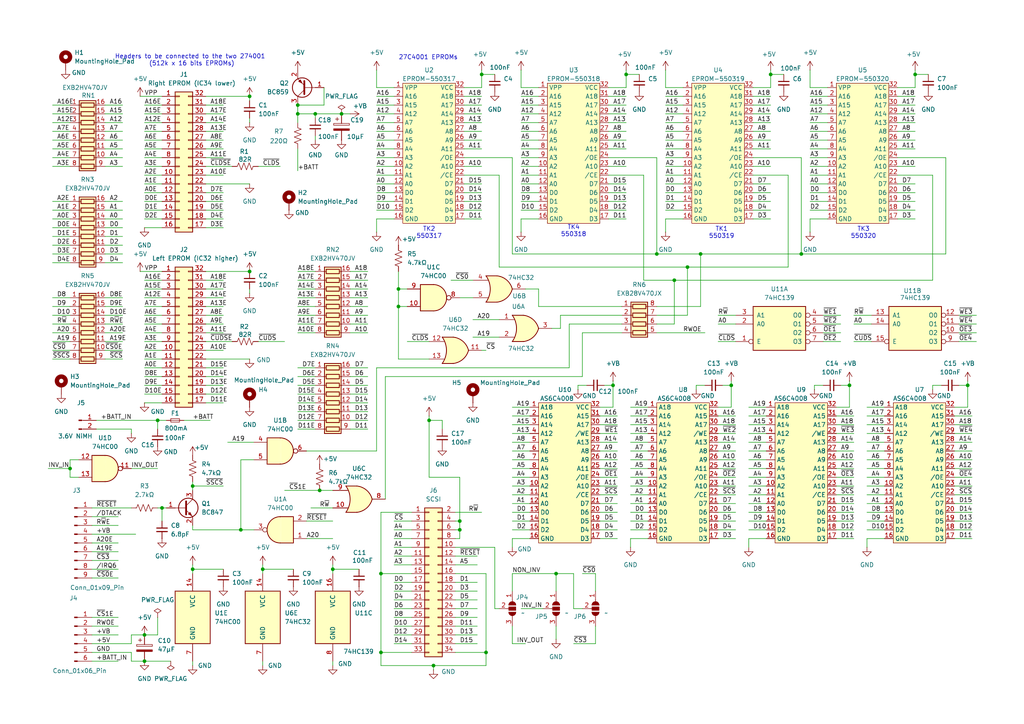
<source format=kicad_sch>
(kicad_sch (version 20250114) (generator "eeschema") (generator_version "9.0")
  (paper "A4")
  (title_block (title "Gem Turbokit replica") (date "2025-08-24") (rev "0.1") (company "Davide Bucci"))
  (text "27C4001 EPROMs" (at 124.206 16.764 0) (effects (font (size 1.27 1.27))))
  (text "TK1\n550319" (at 209.296 67.564 0) (effects (font (size 1.27 1.27))))
  (text "Headers to be connected to the two 274001 \n(512k x 16 bits EPROMs)\n" (at 55.626 17.526 0) (effects (font (size 1.27 1.27))))
  (text "TK3\n550320" (at 250.444 67.564 0) (effects (font (size 1.27 1.27))))
  (text "TK2\n550317" (at 124.46 67.564 0) (effects (font (size 1.27 1.27))))
  (text "TK4\n550318" (at 166.37 67.056 0) (effects (font (size 1.27 1.27))))
  (junction (at 115.57 88.9))
  (junction (at 86.36 30.48))
  (junction (at 212.09 111.76))
  (junction (at 91.44 33.02))
  (junction (at 280.67 111.76))
  (junction (at 72.39 27.94))
  (junction (at 139.7 21.59))
  (junction (at 92.71 142.24))
  (junction (at 125.73 193.04))
  (junction (at 96.52 165.1))
  (junction (at 76.2 165.1))
  (junction (at 41.91 191.77))
  (junction (at 181.61 21.59))
  (junction (at 72.39 78.74))
  (junction (at 99.06 33.02))
  (junction (at 177.8 111.76))
  (junction (at 115.57 83.82))
  (junction (at 140.97 189.23))
  (junction (at 55.88 140.97))
  (junction (at 246.38 111.76))
  (junction (at 223.52 21.59))
  (junction (at 203.2 73.66))
  (junction (at 199.39 77.47))
  (junction (at 46.99 147.32))
  (junction (at 55.88 165.1))
  (junction (at 232.41 73.66))
  (junction (at 41.91 184.15))
  (junction (at 195.58 81.28))
  (junction (at 110.49 189.23))
  (junction (at 265.43 21.59))
  (junction (at 69.85 153.67))
  (junction (at 124.46 121.92))
  (junction (at 161.29 166.37))
  (junction (at 110.49 166.37))
  (junction (at 45.72 121.92))
  (junction (at 86.36 33.02))
  (junction (at 133.35 151.13))
  (junction (at 133.35 153.67))
  (junction (at 190.5 73.66))
  (junction (at 20.32 135.89))
  (wire (pts (xy 217.17 148.59) (xy 222.25 148.59)))
  (wire (pts (xy 41.91 109.22) (xy 46.99 109.22)))
  (wire (pts (xy 15.24 68.58) (xy 20.32 68.58)))
  (wire (pts (xy 59.69 53.34) (xy 72.39 53.34)))
  (wire (pts (xy 22.86 133.35) (xy 20.32 133.35)))
  (wire (pts (xy 190.5 45.72) (xy 190.5 73.66)))
  (wire (pts (xy 182.88 140.97) (xy 187.96 140.97)))
  (wire (pts (xy 168.91 166.37) (xy 172.72 166.37)))
  (wire (pts (xy 134.62 63.5) (xy 139.7 63.5)))
  (wire (pts (xy 115.57 78.74) (xy 115.57 83.82)))
  (wire (pts (xy 265.43 21.59) (xy 269.24 21.59)))
  (wire (pts (xy 109.22 45.72) (xy 114.3 45.72)))
  (wire (pts (xy 208.28 93.98) (xy 213.36 93.98)))
  (wire (pts (xy 133.35 156.21) (xy 133.35 153.67)))
  (wire (pts (xy 86.36 30.48) (xy 86.36 33.02)))
  (wire (pts (xy 260.35 55.88) (xy 265.43 55.88)))
  (wire (pts (xy 13.97 135.89) (xy 20.32 135.89)))
  (wire (pts (xy 242.57 143.51) (xy 247.65 143.51)))
  (wire (pts (xy 41.91 101.6) (xy 46.99 101.6)))
  (wire (pts (xy 260.35 40.64) (xy 265.43 40.64)))
  (wire (pts (xy 118.11 83.82) (xy 115.57 83.82)))
  (wire (pts (xy 110.49 189.23) (xy 119.38 189.23)))
  (wire (pts (xy 234.95 50.8) (xy 240.03 50.8)))
  (wire (pts (xy 148.59 130.81) (xy 153.67 130.81)))
  (wire (pts (xy 101.6 119.38) (xy 106.68 119.38)))
  (wire (pts (xy 115.57 104.14) (xy 124.46 104.14)))
  (wire (pts (xy 55.88 191.77) (xy 55.88 193.04)))
  (wire (pts (xy 242.57 156.21) (xy 247.65 156.21)))
  (wire (pts (xy 101.6 116.84) (xy 106.68 116.84)))
  (wire (pts (xy 45.72 121.92) (xy 45.72 124.46)))
  (wire (pts (xy 35.56 33.02) (xy 30.48 33.02)))
  (wire (pts (xy 93.98 25.4) (xy 93.98 30.48)))
  (wire (pts (xy 109.22 63.5) (xy 109.22 67.31)))
  (wire (pts (xy 217.17 118.11) (xy 222.25 118.11)))
  (wire (pts (xy 199.39 77.47) (xy 199.39 91.44)))
  (wire (pts (xy 234.95 63.5) (xy 234.95 67.31)))
  (wire (pts (xy 26.67 149.86) (xy 34.29 149.86)))
  (wire (pts (xy 247.65 99.06) (xy 252.73 99.06)))
  (wire (pts (xy 172.72 171.45) (xy 172.72 166.37)))
  (wire (pts (xy 30.48 76.2) (xy 35.56 76.2)))
  (wire (pts (xy 41.91 63.5) (xy 46.99 63.5)))
  (wire (pts (xy 55.88 152.4) (xy 55.88 153.67)))
  (wire (pts (xy 148.59 143.51) (xy 153.67 143.51)))
  (wire (pts (xy 130.81 81.28) (xy 137.16 81.28)))
  (wire (pts (xy 46.99 147.32) (xy 48.26 147.32)))
  (wire (pts (xy 238.76 93.98) (xy 243.84 93.98)))
  (wire (pts (xy 218.44 30.48) (xy 223.52 30.48)))
  (wire (pts (xy 276.86 123.19) (xy 281.94 123.19)))
  (wire (pts (xy 176.53 43.18) (xy 181.61 43.18)))
  (wire (pts (xy 55.88 153.67) (xy 69.85 153.67)))
  (wire (pts (xy 276.86 138.43) (xy 281.94 138.43)))
  (wire (pts (xy 27.94 124.46) (xy 38.1 124.46)))
  (wire (pts (xy 101.6 106.68) (xy 106.68 106.68)))
  (wire (pts (xy 173.99 133.35) (xy 179.07 133.35)))
  (wire (pts (xy 234.95 38.1) (xy 240.03 38.1)))
  (wire (pts (xy 114.3 173.99) (xy 119.38 173.99)))
  (wire (pts (xy 208.28 91.44) (xy 213.36 91.44)))
  (wire (pts (xy 251.46 156.21) (xy 251.46 158.75)))
  (wire (pts (xy 162.56 91.44) (xy 180.34 91.44)))
  (wire (pts (xy 260.35 27.94) (xy 265.43 27.94)))
  (wire (pts (xy 132.08 151.13) (xy 133.35 151.13)))
  (wire (pts (xy 41.91 106.68) (xy 46.99 106.68)))
  (wire (pts (xy 59.69 60.96) (xy 64.77 60.96)))
  (wire (pts (xy 208.28 118.11) (xy 212.09 118.11)))
  (wire (pts (xy 35.56 48.26) (xy 30.48 48.26)))
  (wire (pts (xy 59.69 106.68) (xy 64.77 106.68)))
  (wire (pts (xy 276.86 118.11) (xy 280.67 118.11)))
  (wire (pts (xy 156.21 25.4) (xy 151.13 25.4)))
  (wire (pts (xy 41.91 40.64) (xy 46.99 40.64)))
  (wire (pts (xy 173.99 146.05) (xy 179.07 146.05)))
  (wire (pts (xy 41.91 45.72) (xy 46.99 45.72)))
  (wire (pts (xy 91.44 34.29) (xy 91.44 33.02)))
  (wire (pts (xy 148.59 45.72) (xy 148.59 73.66)))
  (wire (pts (xy 41.91 191.77) (xy 49.53 191.77)))
  (wire (pts (xy 111.76 109.22) (xy 168.91 109.22)))
  (wire (pts (xy 182.88 128.27) (xy 187.96 128.27)))
  (wire (pts (xy 20.32 43.18) (xy 15.24 43.18)))
  (wire (pts (xy 278.13 91.44) (xy 283.21 91.44)))
  (wire (pts (xy 208.28 140.97) (xy 213.36 140.97)))
  (wire (pts (xy 166.37 176.53) (xy 168.91 176.53)))
  (wire (pts (xy 148.59 151.13) (xy 153.67 151.13)))
  (wire (pts (xy 59.69 43.18) (xy 64.77 43.18)))
  (wire (pts (xy 59.69 30.48) (xy 64.77 30.48)))
  (wire (pts (xy 242.57 125.73) (xy 247.65 125.73)))
  (wire (pts (xy 114.3 161.29) (xy 119.38 161.29)))
  (wire (pts (xy 114.3 181.61) (xy 119.38 181.61)))
  (wire (pts (xy 109.22 33.02) (xy 114.3 33.02)))
  (wire (pts (xy 242.57 135.89) (xy 247.65 135.89)))
  (wire (pts (xy 38.1 191.77) (xy 41.91 191.77)))
  (wire (pts (xy 109.22 50.8) (xy 114.3 50.8)))
  (wire (pts (xy 195.58 81.28) (xy 195.58 93.98)))
  (wire (pts (xy 15.24 91.44) (xy 20.32 91.44)))
  (wire (pts (xy 41.91 50.8) (xy 46.99 50.8)))
  (wire (pts (xy 151.13 53.34) (xy 156.21 53.34)))
  (wire (pts (xy 35.56 40.64) (xy 30.48 40.64)))
  (wire (pts (xy 41.91 86.36) (xy 46.99 86.36)))
  (wire (pts (xy 247.65 93.98) (xy 252.73 93.98)))
  (wire (pts (xy 172.72 181.61) (xy 172.72 186.69)))
  (wire (pts (xy 176.53 53.34) (xy 181.61 53.34)))
  (wire (pts (xy 176.53 35.56) (xy 181.61 35.56)))
  (wire (pts (xy 148.59 153.67) (xy 153.67 153.67)))
  (wire (pts (xy 99.06 33.02) (xy 101.6 33.02)))
  (wire (pts (xy 134.62 43.18) (xy 139.7 43.18)))
  (wire (pts (xy 218.44 40.64) (xy 223.52 40.64)))
  (wire (pts (xy 124.46 121.92) (xy 124.46 138.43)))
  (wire (pts (xy 182.88 130.81) (xy 187.96 130.81)))
  (wire (pts (xy 278.13 99.06) (xy 283.21 99.06)))
  (wire (pts (xy 86.36 124.46) (xy 91.44 124.46)))
  (wire (pts (xy 132.08 171.45) (xy 138.43 171.45)))
  (wire (pts (xy 242.57 138.43) (xy 247.65 138.43)))
  (wire (pts (xy 151.13 33.02) (xy 156.21 33.02)))
  (wire (pts (xy 251.46 140.97) (xy 256.54 140.97)))
  (wire (pts (xy 251.46 125.73) (xy 256.54 125.73)))
  (wire (pts (xy 242.57 128.27) (xy 247.65 128.27)))
  (wire (pts (xy 35.56 38.1) (xy 30.48 38.1)))
  (wire (pts (xy 20.32 138.43) (xy 22.86 138.43)))
  (wire (pts (xy 280.67 110.49) (xy 280.67 111.76)))
  (wire (pts (xy 223.52 20.32) (xy 223.52 21.59)))
  (wire (pts (xy 148.59 140.97) (xy 153.67 140.97)))
  (wire (pts (xy 176.53 25.4) (xy 181.61 25.4)))
  (wire (pts (xy 193.04 35.56) (xy 198.12 35.56)))
  (wire (pts (xy 193.04 48.26) (xy 198.12 48.26)))
  (wire (pts (xy 41.91 83.82) (xy 46.99 83.82)))
  (wire (pts (xy 15.24 96.52) (xy 20.32 96.52)))
  (wire (pts (xy 20.32 133.35) (xy 20.32 135.89)))
  (wire (pts (xy 251.46 128.27) (xy 256.54 128.27)))
  (wire (pts (xy 278.13 111.76) (xy 280.67 111.76)))
  (wire (pts (xy 234.95 53.34) (xy 240.03 53.34)))
  (wire (pts (xy 101.6 78.74) (xy 106.68 78.74)))
  (wire (pts (xy 114.3 163.83) (xy 119.38 163.83)))
  (wire (pts (xy 223.52 21.59) (xy 223.52 25.4)))
  (wire (pts (xy 251.46 123.19) (xy 256.54 123.19)))
  (wire (pts (xy 156.21 88.9) (xy 156.21 83.82)))
  (wire (pts (xy 217.17 123.19) (xy 222.25 123.19)))
  (wire (pts (xy 109.22 55.88) (xy 114.3 55.88)))
  (wire (pts (xy 276.86 146.05) (xy 281.94 146.05)))
  (wire (pts (xy 234.95 60.96) (xy 240.03 60.96)))
  (wire (pts (xy 41.91 91.44) (xy 46.99 91.44)))
  (wire (pts (xy 132.08 161.29) (xy 138.43 161.29)))
  (wire (pts (xy 208.28 120.65) (xy 213.36 120.65)))
  (wire (pts (xy 41.91 116.84) (xy 46.99 116.84)))
  (wire (pts (xy 133.35 86.36) (xy 137.16 86.36)))
  (wire (pts (xy 109.22 53.34) (xy 114.3 53.34)))
  (wire (pts (xy 15.24 93.98) (xy 20.32 93.98)))
  (wire (pts (xy 217.17 138.43) (xy 222.25 138.43)))
  (wire (pts (xy 96.52 165.1) (xy 96.52 166.37)))
  (wire (pts (xy 151.13 30.48) (xy 156.21 30.48)))
  (wire (pts (xy 151.13 58.42) (xy 156.21 58.42)))
  (wire (pts (xy 26.67 189.23) (xy 38.1 189.23)))
  (wire (pts (xy 242.57 146.05) (xy 247.65 146.05)))
  (wire (pts (xy 124.46 121.92) (xy 128.27 121.92)))
  (wire (pts (xy 30.48 104.14) (xy 35.56 104.14)))
  (wire (pts (xy 101.6 91.44) (xy 106.68 91.44)))
  (wire (pts (xy 88.9 156.21) (xy 96.52 156.21)))
  (wire (pts (xy 86.36 88.9) (xy 91.44 88.9)))
  (wire (pts (xy 15.24 60.96) (xy 20.32 60.96)))
  (wire (pts (xy 91.44 39.37) (xy 91.44 40.64)))
  (wire (pts (xy 132.08 179.07) (xy 138.43 179.07)))
  (wire (pts (xy 59.69 101.6) (xy 64.77 101.6)))
  (wire (pts (xy 109.22 30.48) (xy 114.3 30.48)))
  (wire (pts (xy 208.28 138.43) (xy 213.36 138.43)))
  (wire (pts (xy 195.58 93.98) (xy 190.5 93.98)))
  (wire (pts (xy 86.36 119.38) (xy 91.44 119.38)))
  (wire (pts (xy 59.69 83.82) (xy 64.77 83.82)))
  (wire (pts (xy 193.04 30.48) (xy 198.12 30.48)))
  (wire (pts (xy 193.04 53.34) (xy 198.12 53.34)))
  (wire (pts (xy 30.48 101.6) (xy 35.56 101.6)))
  (wire (pts (xy 148.59 171.45) (xy 148.59 166.37)))
  (wire (pts (xy 240.03 25.4) (xy 234.95 25.4)))
  (wire (pts (xy 151.13 63.5) (xy 151.13 67.31)))
  (wire (pts (xy 139.7 20.32) (xy 139.7 21.59)))
  (wire (pts (xy 251.46 120.65) (xy 256.54 120.65)))
  (wire (pts (xy 101.6 111.76) (xy 106.68 111.76)))
  (wire (pts (xy 59.69 35.56) (xy 64.77 35.56)))
  (wire (pts (xy 173.99 156.21) (xy 179.07 156.21)))
  (wire (pts (xy 15.24 99.06) (xy 20.32 99.06)))
  (wire (pts (xy 109.22 106.68) (xy 165.1 106.68)))
  (wire (pts (xy 55.88 139.7) (xy 55.88 140.97)))
  (wire (pts (xy 198.12 25.4) (xy 193.04 25.4)))
  (wire (pts (xy 162.56 91.44) (xy 162.56 95.25)))
  (wire (pts (xy 35.56 30.48) (xy 30.48 30.48)))
  (wire (pts (xy 109.22 20.32) (xy 109.22 25.4)))
  (wire (pts (xy 76.2 191.77) (xy 76.2 193.04)))
  (wire (pts (xy 276.86 125.73) (xy 281.94 125.73)))
  (wire (pts (xy 41.91 58.42) (xy 46.99 58.42)))
  (wire (pts (xy 20.32 35.56) (xy 15.24 35.56)))
  (wire (pts (xy 20.32 38.1) (xy 15.24 38.1)))
  (wire (pts (xy 88.9 130.81) (xy 109.22 130.81)))
  (wire (pts (xy 242.57 133.35) (xy 247.65 133.35)))
  (wire (pts (xy 125.73 193.04) (xy 125.73 194.31)))
  (wire (pts (xy 278.13 93.98) (xy 283.21 93.98)))
  (wire (pts (xy 182.88 148.59) (xy 187.96 148.59)))
  (wire (pts (xy 41.91 60.96) (xy 46.99 60.96)))
  (wire (pts (xy 182.88 125.73) (xy 187.96 125.73)))
  (wire (pts (xy 114.3 176.53) (xy 119.38 176.53)))
  (wire (pts (xy 193.04 20.32) (xy 193.04 25.4)))
  (wire (pts (xy 88.9 151.13) (xy 96.52 151.13)))
  (wire (pts (xy 173.99 130.81) (xy 179.07 130.81)))
  (wire (pts (xy 251.46 148.59) (xy 256.54 148.59)))
  (wire (pts (xy 193.04 33.02) (xy 198.12 33.02)))
  (wire (pts (xy 59.69 99.06) (xy 67.31 99.06)))
  (wire (pts (xy 193.04 27.94) (xy 198.12 27.94)))
  (wire (pts (xy 151.13 27.94) (xy 156.21 27.94)))
  (wire (pts (xy 101.6 88.9) (xy 106.68 88.9)))
  (wire (pts (xy 38.1 184.15) (xy 41.91 184.15)))
  (wire (pts (xy 59.69 78.74) (xy 72.39 78.74)))
  (wire (pts (xy 115.57 83.82) (xy 115.57 88.9)))
  (wire (pts (xy 109.22 35.56) (xy 114.3 35.56)))
  (wire (pts (xy 209.55 111.76) (xy 212.09 111.76)))
  (wire (pts (xy 96.52 191.77) (xy 96.52 193.04)))
  (wire (pts (xy 217.17 156.21) (xy 217.17 158.75)))
  (wire (pts (xy 30.48 91.44) (xy 35.56 91.44)))
  (wire (pts (xy 26.67 165.1) (xy 34.29 165.1)))
  (wire (pts (xy 176.53 60.96) (xy 181.61 60.96)))
  (wire (pts (xy 15.24 71.12) (xy 20.32 71.12)))
  (wire (pts (xy 109.22 43.18) (xy 114.3 43.18)))
  (wire (pts (xy 26.67 147.32) (xy 38.1 147.32)))
  (wire (pts (xy 110.49 189.23) (xy 110.49 193.04)))
  (wire (pts (xy 217.17 125.73) (xy 222.25 125.73)))
  (wire (pts (xy 278.13 96.52) (xy 283.21 96.52)))
  (wire (pts (xy 251.46 146.05) (xy 256.54 146.05)))
  (wire (pts (xy 208.28 156.21) (xy 213.36 156.21)))
  (wire (pts (xy 59.69 104.14) (xy 72.39 104.14)))
  (wire (pts (xy 218.44 35.56) (xy 223.52 35.56)))
  (wire (pts (xy 238.76 99.06) (xy 243.84 99.06)))
  (wire (pts (xy 176.53 45.72) (xy 190.5 45.72)))
  (wire (pts (xy 177.8 110.49) (xy 177.8 111.76)))
  (wire (pts (xy 161.29 181.61) (xy 161.29 185.42)))
  (wire (pts (xy 260.35 58.42) (xy 265.43 58.42)))
  (wire (pts (xy 173.99 151.13) (xy 179.07 151.13)))
  (wire (pts (xy 72.39 34.29) (xy 72.39 35.56)))
  (wire (pts (xy 101.6 114.3) (xy 106.68 114.3)))
  (wire (pts (xy 177.8 111.76) (xy 177.8 118.11)))
  (wire (pts (xy 30.48 68.58) (xy 35.56 68.58)))
  (wire (pts (xy 217.17 133.35) (xy 222.25 133.35)))
  (wire (pts (xy 251.46 156.21) (xy 256.54 156.21)))
  (wire (pts (xy 276.86 148.59) (xy 281.94 148.59)))
  (wire (pts (xy 59.69 38.1) (xy 64.77 38.1)))
  (wire (pts (xy 212.09 111.76) (xy 212.09 118.11)))
  (wire (pts (xy 148.59 125.73) (xy 153.67 125.73)))
  (wire (pts (xy 165.1 93.98) (xy 165.1 106.68)))
  (wire (pts (xy 217.17 143.51) (xy 222.25 143.51)))
  (wire (pts (xy 118.11 99.06) (xy 124.46 99.06)))
  (wire (pts (xy 134.62 50.8) (xy 144.78 50.8)))
  (wire (pts (xy 193.04 38.1) (xy 198.12 38.1)))
  (wire (pts (xy 41.91 88.9) (xy 46.99 88.9)))
  (wire (pts (xy 76.2 165.1) (xy 85.09 165.1)))
  (wire (pts (xy 260.35 25.4) (xy 265.43 25.4)))
  (wire (pts (xy 173.99 148.59) (xy 179.07 148.59)))
  (wire (pts (xy 173.99 135.89) (xy 179.07 135.89)))
  (wire (pts (xy 41.91 55.88) (xy 46.99 55.88)))
  (wire (pts (xy 59.69 33.02) (xy 64.77 33.02)))
  (wire (pts (xy 128.27 124.46) (xy 128.27 121.92)))
  (wire (pts (xy 109.22 58.42) (xy 114.3 58.42)))
  (wire (pts (xy 186.69 81.28) (xy 195.58 81.28)))
  (wire (pts (xy 30.48 58.42) (xy 35.56 58.42)))
  (wire (pts (xy 137.16 97.79) (xy 144.78 97.79)))
  (wire (pts (xy 119.38 148.59) (xy 110.49 148.59)))
  (wire (pts (xy 276.86 153.67) (xy 281.94 153.67)))
  (wire (pts (xy 86.36 78.74) (xy 91.44 78.74)))
  (wire (pts (xy 251.46 151.13) (xy 256.54 151.13)))
  (wire (pts (xy 66.04 128.27) (xy 73.66 128.27)))
  (wire (pts (xy 101.6 109.22) (xy 106.68 109.22)))
  (wire (pts (xy 190.5 88.9) (xy 203.2 88.9)))
  (wire (pts (xy 101.6 96.52) (xy 106.68 96.52)))
  (wire (pts (xy 181.61 20.32) (xy 181.61 21.59)))
  (wire (pts (xy 115.57 88.9) (xy 115.57 104.14)))
  (wire (pts (xy 246.38 110.49) (xy 246.38 111.76)))
  (wire (pts (xy 167.64 111.76) (xy 167.64 113.03)))
  (wire (pts (xy 193.04 58.42) (xy 198.12 58.42)))
  (wire (pts (xy 134.62 35.56) (xy 139.7 35.56)))
  (wire (pts (xy 35.56 45.72) (xy 30.48 45.72)))
  (wire (pts (xy 217.17 156.21) (xy 222.25 156.21)))
  (wire (pts (xy 134.62 40.64) (xy 139.7 40.64)))
  (wire (pts (xy 260.35 30.48) (xy 265.43 30.48)))
  (wire (pts (xy 101.6 124.46) (xy 106.68 124.46)))
  (wire (pts (xy 132.08 189.23) (xy 140.97 189.23)))
  (wire (pts (xy 260.35 38.1) (xy 265.43 38.1)))
  (wire (pts (xy 110.49 148.59) (xy 110.49 166.37)))
  (wire (pts (xy 59.69 96.52) (xy 64.77 96.52)))
  (wire (pts (xy 59.69 63.5) (xy 64.77 63.5)))
  (wire (pts (xy 276.86 140.97) (xy 281.94 140.97)))
  (wire (pts (xy 234.95 33.02) (xy 240.03 33.02)))
  (wire (pts (xy 132.08 173.99) (xy 138.43 173.99)))
  (wire (pts (xy 251.46 133.35) (xy 256.54 133.35)))
  (wire (pts (xy 26.67 157.48) (xy 34.29 157.48)))
  (wire (pts (xy 217.17 135.89) (xy 222.25 135.89)))
  (wire (pts (xy 134.62 58.42) (xy 139.7 58.42)))
  (wire (pts (xy 238.76 96.52) (xy 243.84 96.52)))
  (wire (pts (xy 30.48 71.12) (xy 35.56 71.12)))
  (wire (pts (xy 41.91 53.34) (xy 46.99 53.34)))
  (wire (pts (xy 173.99 128.27) (xy 179.07 128.27)))
  (wire (pts (xy 109.22 27.94) (xy 114.3 27.94)))
  (wire (pts (xy 182.88 153.67) (xy 187.96 153.67)))
  (wire (pts (xy 173.99 118.11) (xy 177.8 118.11)))
  (wire (pts (xy 190.5 73.66) (xy 203.2 73.66)))
  (wire (pts (xy 218.44 45.72) (xy 232.41 45.72)))
  (wire (pts (xy 193.04 40.64) (xy 198.12 40.64)))
  (wire (pts (xy 234.95 30.48) (xy 240.03 30.48)))
  (wire (pts (xy 151.13 55.88) (xy 156.21 55.88)))
  (wire (pts (xy 55.88 140.97) (xy 64.77 140.97)))
  (wire (pts (xy 260.35 35.56) (xy 265.43 35.56)))
  (wire (pts (xy 246.38 111.76) (xy 246.38 118.11)))
  (wire (pts (xy 20.32 33.02) (xy 15.24 33.02)))
  (wire (pts (xy 59.69 66.04) (xy 64.77 66.04)))
  (wire (pts (xy 41.91 184.15) (xy 45.72 184.15)))
  (wire (pts (xy 151.13 50.8) (xy 156.21 50.8)))
  (wire (pts (xy 208.28 153.67) (xy 213.36 153.67)))
  (wire (pts (xy 161.29 166.37) (xy 166.37 166.37)))
  (wire (pts (xy 114.3 168.91) (xy 119.38 168.91)))
  (wire (pts (xy 217.17 140.97) (xy 222.25 140.97)))
  (wire (pts (xy 76.2 165.1) (xy 76.2 166.37)))
  (wire (pts (xy 270.51 111.76) (xy 270.51 113.03)))
  (wire (pts (xy 234.95 63.5) (xy 240.03 63.5)))
  (wire (pts (xy 182.88 146.05) (xy 187.96 146.05)))
  (wire (pts (xy 201.93 111.76) (xy 201.93 113.03)))
  (wire (pts (xy 243.84 111.76) (xy 246.38 111.76)))
  (wire (pts (xy 195.58 81.28) (xy 270.51 81.28)))
  (wire (pts (xy 186.69 50.8) (xy 186.69 81.28)))
  (wire (pts (xy 139.7 21.59) (xy 143.51 21.59)))
  (wire (pts (xy 148.59 73.66) (xy 190.5 73.66)))
  (wire (pts (xy 38.1 124.46) (xy 38.1 125.73)))
  (wire (pts (xy 59.69 109.22) (xy 64.77 109.22)))
  (wire (pts (xy 217.17 151.13) (xy 222.25 151.13)))
  (wire (pts (xy 15.24 63.5) (xy 20.32 63.5)))
  (wire (pts (xy 109.22 48.26) (xy 114.3 48.26)))
  (wire (pts (xy 143.51 176.53) (xy 144.78 176.53)))
  (wire (pts (xy 27.94 121.92) (xy 45.72 121.92)))
  (wire (pts (xy 132.08 181.61) (xy 138.43 181.61)))
  (wire (pts (xy 41.91 66.04) (xy 46.99 66.04)))
  (wire (pts (xy 26.67 167.64) (xy 34.29 167.64)))
  (wire (pts (xy 151.13 48.26) (xy 156.21 48.26)))
  (wire (pts (xy 15.24 73.66) (xy 20.32 73.66)))
  (wire (pts (xy 86.36 111.76) (xy 91.44 111.76)))
  (wire (pts (xy 41.91 111.76) (xy 46.99 111.76)))
  (wire (pts (xy 132.08 148.59) (xy 139.7 148.59)))
  (wire (pts (xy 176.53 63.5) (xy 181.61 63.5)))
  (wire (pts (xy 182.88 135.89) (xy 187.96 135.89)))
  (wire (pts (xy 55.88 163.83) (xy 55.88 165.1)))
  (wire (pts (xy 140.97 189.23) (xy 140.97 193.04)))
  (wire (pts (xy 218.44 50.8) (xy 228.6 50.8)))
  (wire (pts (xy 173.99 125.73) (xy 179.07 125.73)))
  (wire (pts (xy 15.24 76.2) (xy 20.32 76.2)))
  (wire (pts (xy 182.88 118.11) (xy 187.96 118.11)))
  (wire (pts (xy 55.88 165.1) (xy 55.88 166.37)))
  (wire (pts (xy 86.36 96.52) (xy 91.44 96.52)))
  (wire (pts (xy 125.73 193.04) (xy 110.49 193.04)))
  (wire (pts (xy 234.95 45.72) (xy 240.03 45.72)))
  (wire (pts (xy 148.59 138.43) (xy 153.67 138.43)))
  (wire (pts (xy 260.35 48.26) (xy 265.43 48.26)))
  (wire (pts (xy 166.37 166.37) (xy 166.37 176.53)))
  (wire (pts (xy 133.35 138.43) (xy 133.35 151.13)))
  (wire (pts (xy 260.35 60.96) (xy 265.43 60.96)))
  (wire (pts (xy 45.72 184.15) (xy 45.72 179.07)))
  (wire (pts (xy 203.2 73.66) (xy 203.2 88.9)))
  (wire (pts (xy 114.3 179.07) (xy 119.38 179.07)))
  (wire (pts (xy 59.69 93.98) (xy 64.77 93.98)))
  (wire (pts (xy 280.67 111.76) (xy 280.67 118.11)))
  (wire (pts (xy 218.44 48.26) (xy 223.52 48.26)))
  (wire (pts (xy 144.78 77.47) (xy 199.39 77.47)))
  (wire (pts (xy 232.41 45.72) (xy 232.41 73.66)))
  (wire (pts (xy 86.36 91.44) (xy 91.44 91.44)))
  (wire (pts (xy 41.91 104.14) (xy 46.99 104.14)))
  (wire (pts (xy 234.95 43.18) (xy 240.03 43.18)))
  (wire (pts (xy 137.16 92.71) (xy 144.78 92.71)))
  (wire (pts (xy 143.51 158.75) (xy 143.51 176.53)))
  (wire (pts (xy 55.88 140.97) (xy 55.88 142.24)))
  (wire (pts (xy 176.53 48.26) (xy 181.61 48.26)))
  (wire (pts (xy 151.13 63.5) (xy 156.21 63.5)))
  (wire (pts (xy 151.13 20.32) (xy 151.13 25.4)))
  (wire (pts (xy 217.17 146.05) (xy 222.25 146.05)))
  (wire (pts (xy 114.3 25.4) (xy 109.22 25.4)))
  (wire (pts (xy 148.59 148.59) (xy 153.67 148.59)))
  (wire (pts (xy 218.44 27.94) (xy 223.52 27.94)))
  (wire (pts (xy 41.91 33.02) (xy 46.99 33.02)))
  (wire (pts (xy 101.6 93.98) (xy 106.68 93.98)))
  (wire (pts (xy 260.35 63.5) (xy 265.43 63.5)))
  (wire (pts (xy 260.35 50.8) (xy 270.51 50.8)))
  (wire (pts (xy 134.62 48.26) (xy 139.7 48.26)))
  (wire (pts (xy 114.3 184.15) (xy 119.38 184.15)))
  (wire (pts (xy 156.21 83.82) (xy 152.4 83.82)))
  (wire (pts (xy 114.3 151.13) (xy 119.38 151.13)))
  (wire (pts (xy 208.28 133.35) (xy 213.36 133.35)))
  (wire (pts (xy 109.22 40.64) (xy 114.3 40.64)))
  (wire (pts (xy 182.88 151.13) (xy 187.96 151.13)))
  (wire (pts (xy 115.57 88.9) (xy 118.11 88.9)))
  (wire (pts (xy 218.44 60.96) (xy 223.52 60.96)))
  (wire (pts (xy 170.18 111.76) (xy 167.64 111.76)))
  (wire (pts (xy 234.95 20.32) (xy 234.95 25.4)))
  (wire (pts (xy 218.44 53.34) (xy 223.52 53.34)))
  (wire (pts (xy 236.22 111.76) (xy 236.22 113.03)))
  (wire (pts (xy 86.36 83.82) (xy 91.44 83.82)))
  (wire (pts (xy 86.36 93.98) (xy 91.44 93.98)))
  (wire (pts (xy 35.56 35.56) (xy 30.48 35.56)))
  (wire (pts (xy 173.99 123.19) (xy 179.07 123.19)))
  (wire (pts (xy 132.08 158.75) (xy 143.51 158.75)))
  (wire (pts (xy 26.67 181.61) (xy 34.29 181.61)))
  (wire (pts (xy 228.6 50.8) (xy 228.6 77.47)))
  (wire (pts (xy 41.91 81.28) (xy 46.99 81.28)))
  (wire (pts (xy 59.69 91.44) (xy 64.77 91.44)))
  (wire (pts (xy 41.91 96.52) (xy 46.99 96.52)))
  (wire (pts (xy 109.22 63.5) (xy 114.3 63.5)))
  (wire (pts (xy 270.51 50.8) (xy 270.51 81.28)))
  (wire (pts (xy 234.95 48.26) (xy 240.03 48.26)))
  (wire (pts (xy 30.48 66.04) (xy 35.56 66.04)))
  (wire (pts (xy 30.48 93.98) (xy 35.56 93.98)))
  (wire (pts (xy 217.17 128.27) (xy 222.25 128.27)))
  (wire (pts (xy 176.53 50.8) (xy 186.69 50.8)))
  (wire (pts (xy 208.28 148.59) (xy 213.36 148.59)))
  (wire (pts (xy 234.95 58.42) (xy 240.03 58.42)))
  (wire (pts (xy 90.17 147.32) (xy 96.52 147.32)))
  (wire (pts (xy 109.22 38.1) (xy 114.3 38.1)))
  (wire (pts (xy 15.24 88.9) (xy 20.32 88.9)))
  (wire (pts (xy 251.46 130.81) (xy 256.54 130.81)))
  (wire (pts (xy 59.69 86.36) (xy 64.77 86.36)))
  (wire (pts (xy 208.28 128.27) (xy 213.36 128.27)))
  (wire (pts (xy 208.28 130.81) (xy 213.36 130.81)))
  (wire (pts (xy 91.44 33.02) (xy 99.06 33.02)))
  (wire (pts (xy 45.72 147.32) (xy 46.99 147.32)))
  (wire (pts (xy 193.04 50.8) (xy 198.12 50.8)))
  (wire (pts (xy 193.04 60.96) (xy 198.12 60.96)))
  (wire (pts (xy 193.04 55.88) (xy 198.12 55.88)))
  (wire (pts (xy 251.46 143.51) (xy 256.54 143.51)))
  (wire (pts (xy 69.85 133.35) (xy 69.85 153.67)))
  (wire (pts (xy 124.46 138.43) (xy 133.35 138.43)))
  (wire (pts (xy 76.2 163.83) (xy 76.2 165.1)))
  (wire (pts (xy 38.1 189.23) (xy 38.1 191.77)))
  (wire (pts (xy 30.48 88.9) (xy 35.56 88.9)))
  (wire (pts (xy 260.35 43.18) (xy 265.43 43.18)))
  (wire (pts (xy 212.09 110.49) (xy 212.09 111.76)))
  (wire (pts (xy 41.91 99.06) (xy 46.99 99.06)))
  (wire (pts (xy 242.57 123.19) (xy 247.65 123.19)))
  (wire (pts (xy 20.32 135.89) (xy 20.32 138.43)))
  (wire (pts (xy 140.97 193.04) (xy 125.73 193.04)))
  (wire (pts (xy 30.48 99.06) (xy 35.56 99.06)))
  (wire (pts (xy 96.52 165.1) (xy 104.14 165.1)))
  (wire (pts (xy 86.36 86.36) (xy 91.44 86.36)))
  (wire (pts (xy 190.5 91.44) (xy 199.39 91.44)))
  (wire (pts (xy 165.1 93.98) (xy 180.34 93.98)))
  (wire (pts (xy 26.67 154.94) (xy 39.37 154.94)))
  (wire (pts (xy 35.56 43.18) (xy 30.48 43.18)))
  (wire (pts (xy 223.52 21.59) (xy 227.33 21.59)))
  (wire (pts (xy 82.55 142.24) (xy 92.71 142.24)))
  (wire (pts (xy 176.53 55.88) (xy 181.61 55.88)))
  (wire (pts (xy 41.91 93.98) (xy 46.99 93.98)))
  (wire (pts (xy 176.53 30.48) (xy 181.61 30.48)))
  (wire (pts (xy 173.99 140.97) (xy 179.07 140.97)))
  (wire (pts (xy 15.24 58.42) (xy 20.32 58.42)))
  (wire (pts (xy 148.59 135.89) (xy 153.67 135.89)))
  (wire (pts (xy 59.69 50.8) (xy 64.77 50.8)))
  (wire (pts (xy 238.76 111.76) (xy 236.22 111.76)))
  (wire (pts (xy 173.99 153.67) (xy 179.07 153.67)))
  (wire (pts (xy 59.69 88.9) (xy 64.77 88.9)))
  (wire (pts (xy 114.3 156.21) (xy 119.38 156.21)))
  (wire (pts (xy 86.36 33.02) (xy 91.44 33.02)))
  (wire (pts (xy 218.44 25.4) (xy 223.52 25.4)))
  (wire (pts (xy 156.21 88.9) (xy 180.34 88.9)))
  (wire (pts (xy 234.95 40.64) (xy 240.03 40.64)))
  (wire (pts (xy 242.57 120.65) (xy 247.65 120.65)))
  (wire (pts (xy 86.36 30.48) (xy 93.98 30.48)))
  (wire (pts (xy 217.17 153.67) (xy 222.25 153.67)))
  (wire (pts (xy 182.88 156.21) (xy 182.88 158.75)))
  (wire (pts (xy 140.97 166.37) (xy 140.97 189.23)))
  (wire (pts (xy 242.57 140.97) (xy 247.65 140.97)))
  (wire (pts (xy 218.44 63.5) (xy 223.52 63.5)))
  (wire (pts (xy 59.69 81.28) (xy 64.77 81.28)))
  (wire (pts (xy 182.88 123.19) (xy 187.96 123.19)))
  (wire (pts (xy 20.32 45.72) (xy 15.24 45.72)))
  (wire (pts (xy 251.46 118.11) (xy 256.54 118.11)))
  (wire (pts (xy 182.88 133.35) (xy 187.96 133.35)))
  (wire (pts (xy 46.99 147.32) (xy 46.99 151.13)))
  (wire (pts (xy 168.91 109.22) (xy 168.91 96.52)))
  (wire (pts (xy 217.17 130.81) (xy 222.25 130.81)))
  (wire (pts (xy 38.1 135.89) (xy 45.72 135.89)))
  (wire (pts (xy 41.91 48.26) (xy 46.99 48.26)))
  (wire (pts (xy 110.49 166.37) (xy 110.49 189.23)))
  (wire (pts (xy 193.04 45.72) (xy 198.12 45.72)))
  (wire (pts (xy 276.86 143.51) (xy 281.94 143.51)))
  (wire (pts (xy 73.66 133.35) (xy 69.85 133.35)))
  (wire (pts (xy 173.99 138.43) (xy 179.07 138.43)))
  (wire (pts (xy 276.86 156.21) (xy 281.94 156.21)))
  (wire (pts (xy 72.39 83.82) (xy 72.39 85.09)))
  (wire (pts (xy 86.36 109.22) (xy 91.44 109.22)))
  (wire (pts (xy 55.88 165.1) (xy 64.77 165.1)))
  (wire (pts (xy 208.28 151.13) (xy 213.36 151.13)))
  (wire (pts (xy 251.46 138.43) (xy 256.54 138.43)))
  (wire (pts (xy 134.62 30.48) (xy 139.7 30.48)))
  (wire (pts (xy 15.24 66.04) (xy 20.32 66.04)))
  (wire (pts (xy 151.13 60.96) (xy 156.21 60.96)))
  (wire (pts (xy 69.85 153.67) (xy 73.66 153.67)))
  (wire (pts (xy 132.08 176.53) (xy 138.43 176.53)))
  (wire (pts (xy 30.48 60.96) (xy 35.56 60.96)))
  (wire (pts (xy 276.86 130.81) (xy 281.94 130.81)))
  (wire (pts (xy 86.36 116.84) (xy 91.44 116.84)))
  (wire (pts (xy 162.56 95.25) (xy 160.02 95.25)))
  (wire (pts (xy 218.44 58.42) (xy 223.52 58.42)))
  (wire (pts (xy 204.47 111.76) (xy 201.93 111.76)))
  (wire (pts (xy 41.91 35.56) (xy 46.99 35.56)))
  (wire (pts (xy 148.59 133.35) (xy 153.67 133.35)))
  (wire (pts (xy 86.36 106.68) (xy 91.44 106.68)))
  (wire (pts (xy 193.04 63.5) (xy 193.04 67.31)))
  (wire (pts (xy 41.91 38.1) (xy 46.99 38.1)))
  (wire (pts (xy 218.44 55.88) (xy 223.52 55.88)))
  (wire (pts (xy 53.34 121.92) (xy 60.96 121.92)))
  (wire (pts (xy 276.86 133.35) (xy 281.94 133.35)))
  (wire (pts (xy 176.53 40.64) (xy 181.61 40.64)))
  (wire (pts (xy 30.48 96.52) (xy 35.56 96.52)))
  (wire (pts (xy 242.57 118.11) (xy 246.38 118.11)))
  (wire (pts (xy 59.69 114.3) (xy 64.77 114.3)))
  (wire (pts (xy 134.62 38.1) (xy 139.7 38.1)))
  (wire (pts (xy 20.32 48.26) (xy 15.24 48.26)))
  (wire (pts (xy 173.99 143.51) (xy 179.07 143.51)))
  (wire (pts (xy 208.28 99.06) (xy 213.36 99.06)))
  (wire (pts (xy 30.48 86.36) (xy 35.56 86.36)))
  (wire (pts (xy 276.86 128.27) (xy 281.94 128.27)))
  (wire (pts (xy 86.36 121.92) (xy 91.44 121.92)))
  (wire (pts (xy 203.2 73.66) (xy 232.41 73.66)))
  (wire (pts (xy 238.76 91.44) (xy 243.84 91.44)))
  (wire (pts (xy 101.6 83.82) (xy 106.68 83.82)))
  (wire (pts (xy 114.3 186.69) (xy 119.38 186.69)))
  (wire (pts (xy 134.62 25.4) (xy 139.7 25.4)))
  (wire (pts (xy 242.57 153.67) (xy 247.65 153.67)))
  (wire (pts (xy 139.7 21.59) (xy 139.7 25.4)))
  (wire (pts (xy 232.41 73.66) (xy 274.32 73.66)))
  (wire (pts (xy 111.76 144.78) (xy 111.76 109.22)))
  (wire (pts (xy 38.1 184.15) (xy 38.1 186.69)))
  (wire (pts (xy 20.32 40.64) (xy 15.24 40.64)))
  (wire (pts (xy 242.57 130.81) (xy 247.65 130.81)))
  (wire (pts (xy 276.86 120.65) (xy 281.94 120.65)))
  (wire (pts (xy 176.53 58.42) (xy 181.61 58.42)))
  (wire (pts (xy 109.22 60.96) (xy 114.3 60.96)))
  (wire (pts (xy 26.67 179.07) (xy 34.29 179.07)))
  (wire (pts (xy 242.57 151.13) (xy 247.65 151.13)))
  (wire (pts (xy 59.69 116.84) (xy 64.77 116.84)))
  (wire (pts (xy 109.22 130.81) (xy 109.22 106.68)))
  (wire (pts (xy 26.67 184.15) (xy 34.29 184.15)))
  (wire (pts (xy 86.36 81.28) (xy 91.44 81.28)))
  (wire (pts (xy 260.35 33.02) (xy 265.43 33.02)))
  (wire (pts (xy 193.04 43.18) (xy 198.12 43.18)))
  (wire (pts (xy 114.3 158.75) (xy 119.38 158.75)))
  (wire (pts (xy 148.59 146.05) (xy 153.67 146.05)))
  (wire (pts (xy 182.88 138.43) (xy 187.96 138.43)))
  (wire (pts (xy 151.13 176.53) (xy 157.48 176.53)))
  (wire (pts (xy 134.62 45.72) (xy 148.59 45.72)))
  (wire (pts (xy 132.08 184.15) (xy 138.43 184.15)))
  (wire (pts (xy 132.08 186.69) (xy 138.43 186.69)))
  (wire (pts (xy 276.86 151.13) (xy 281.94 151.13)))
  (wire (pts (xy 173.99 120.65) (xy 179.07 120.65)))
  (wire (pts (xy 15.24 101.6) (xy 20.32 101.6)))
  (wire (pts (xy 101.6 81.28) (xy 106.68 81.28)))
  (wire (pts (xy 208.28 146.05) (xy 213.36 146.05)))
  (wire (pts (xy 265.43 21.59) (xy 265.43 25.4)))
  (wire (pts (xy 134.62 60.96) (xy 139.7 60.96)))
  (wire (pts (xy 134.62 55.88) (xy 139.7 55.88)))
  (wire (pts (xy 114.3 171.45) (xy 119.38 171.45)))
  (wire (pts (xy 86.36 43.18) (xy 86.36 49.53)))
  (wire (pts (xy 175.26 111.76) (xy 177.8 111.76)))
  (wire (pts (xy 176.53 38.1) (xy 181.61 38.1)))
  (wire (pts (xy 132.08 153.67) (xy 133.35 153.67)))
  (wire (pts (xy 41.91 43.18) (xy 46.99 43.18)))
  (wire (pts (xy 101.6 121.92) (xy 106.68 121.92)))
  (wire (pts (xy 26.67 162.56) (xy 34.29 162.56)))
  (wire (pts (xy 41.91 30.48) (xy 46.99 30.48)))
  (wire (pts (xy 15.24 104.14) (xy 20.32 104.14)))
  (wire (pts (xy 134.62 53.34) (xy 139.7 53.34)))
  (wire (pts (xy 20.32 30.48) (xy 15.24 30.48)))
  (wire (pts (xy 114.3 153.67) (xy 119.38 153.67)))
  (wire (pts (xy 217.17 120.65) (xy 222.25 120.65)))
  (wire (pts (xy 92.71 142.24) (xy 96.52 142.24)))
  (wire (pts (xy 30.48 73.66) (xy 35.56 73.66)))
  (wire (pts (xy 139.7 101.6) (xy 140.97 101.6)))
  (wire (pts (xy 276.86 135.89) (xy 281.94 135.89)))
  (wire (pts (xy 132.08 156.21) (xy 133.35 156.21)))
  (wire (pts (xy 59.69 45.72) (xy 64.77 45.72)))
  (wire (pts (xy 59.69 27.94) (xy 72.39 27.94)))
  (wire (pts (xy 86.36 114.3) (xy 91.44 114.3)))
  (wire (pts (xy 148.59 166.37) (xy 161.29 166.37)))
  (wire (pts (xy 110.49 166.37) (xy 119.38 166.37)))
  (wire (pts (xy 251.46 153.67) (xy 256.54 153.67)))
  (wire (pts (xy 181.61 21.59) (xy 181.61 25.4)))
  (wire (pts (xy 132.08 168.91) (xy 138.43 168.91)))
  (wire (pts (xy 30.48 63.5) (xy 35.56 63.5)))
  (wire (pts (xy 132.08 163.83) (xy 138.43 163.83)))
  (wire (pts (xy 134.62 33.02) (xy 139.7 33.02)))
  (wire (pts (xy 265.43 20.32) (xy 265.43 21.59)))
  (wire (pts (xy 59.69 111.76) (xy 64.77 111.76)))
  (wire (pts (xy 251.46 135.89) (xy 256.54 135.89)))
  (wire (pts (xy 148.59 118.11) (xy 153.67 118.11)))
  (wire (pts (xy 260.35 53.34) (xy 265.43 53.34)))
  (wire (pts (xy 124.46 120.65) (xy 124.46 121.92)))
  (wire (pts (xy 182.88 156.21) (xy 187.96 156.21)))
  (wire (pts (xy 208.28 125.73) (xy 213.36 125.73)))
  (wire (pts (xy 176.53 33.02) (xy 181.61 33.02)))
  (wire (pts (xy 148.59 156.21) (xy 153.67 156.21)))
  (wire (pts (xy 181.61 21.59) (xy 185.42 21.59)))
  (wire (pts (xy 15.24 86.36) (xy 20.32 86.36)))
  (wire (pts (xy 234.95 27.94) (xy 240.03 27.94)))
  (wire (pts (xy 242.57 148.59) (xy 247.65 148.59)))
  (wire (pts (xy 148.59 156.21) (xy 148.59 158.75)))
  (wire (pts (xy 151.13 45.72) (xy 156.21 45.72)))
  (wire (pts (xy 193.04 63.5) (xy 198.12 63.5)))
  (wire (pts (xy 190.5 96.52) (xy 204.47 96.52)))
  (wire (pts (xy 59.69 58.42) (xy 64.77 58.42)))
  (wire (pts (xy 41.91 114.3) (xy 46.99 114.3)))
  (wire (pts (xy 45.72 121.92) (xy 48.26 121.92)))
  (wire (pts (xy 151.13 35.56) (xy 156.21 35.56)))
  (wire (pts (xy 148.59 120.65) (xy 153.67 120.65)))
  (wire (pts (xy 59.69 55.88) (xy 64.77 55.88)))
  (wire (pts (xy 168.91 96.52) (xy 180.34 96.52)))
  (wire (pts (xy 134.62 27.94) (xy 139.7 27.94)))
  (wire (pts (xy 101.6 86.36) (xy 106.68 86.36)))
  (wire (pts (xy 234.95 55.88) (xy 240.03 55.88)))
  (wire (pts (xy 260.35 45.72) (xy 274.32 45.72)))
  (wire (pts (xy 72.39 29.21) (xy 72.39 27.94)))
  (wire (pts (xy 161.29 166.37) (xy 161.29 171.45)))
  (wire (pts (xy 234.95 35.56) (xy 240.03 35.56)))
  (wire (pts (xy 208.28 135.89) (xy 213.36 135.89)))
  (wire (pts (xy 176.53 27.94) (xy 181.61 27.94)))
  (wire (pts (xy 151.13 38.1) (xy 156.21 38.1)))
  (wire (pts (xy 218.44 38.1) (xy 223.52 38.1)))
  (wire (pts (xy 133.35 153.67) (xy 133.35 151.13)))
  (wire (pts (xy 218.44 43.18) (xy 223.52 43.18)))
  (wire (pts (xy 151.13 43.18) (xy 156.21 43.18)))
  (wire (pts (xy 208.28 143.51) (xy 213.36 143.51)))
  (wire (pts (xy 247.65 91.44) (xy 252.73 91.44)))
  (wire (pts (xy 74.93 48.26) (xy 81.28 48.26)))
  (wire (pts (xy 26.67 186.69) (xy 38.1 186.69)))
  (wire (pts (xy 208.28 123.19) (xy 213.36 123.19)))
  (wire (pts (xy 148.59 128.27) (xy 153.67 128.27)))
  (wire (pts (xy 148.59 181.61) (xy 148.59 186.69)))
  (wire (pts (xy 273.05 111.76) (xy 270.51 111.76)))
  (wire (pts (xy 182.88 120.65) (xy 187.96 120.65)))
  (wire (pts (xy 274.32 45.72) (xy 274.32 73.66)))
  (wire (pts (xy 86.36 35.56) (xy 86.36 33.02)))
  (wire (pts (xy 26.67 152.4) (xy 34.29 152.4)))
  (wire (pts (xy 148.59 186.69) (xy 152.4 186.69)))
  (wire (pts (xy 218.44 33.02) (xy 223.52 33.02)))
  (wire (pts (xy 26.67 160.02) (xy 34.29 160.02)))
  (wire (pts (xy 96.52 163.83) (xy 96.52 165.1)))
  (wire (pts (xy 59.69 40.64) (xy 64.77 40.64)))
  (wire (pts (xy 144.78 50.8) (xy 144.78 77.47)))
  (wire (pts (xy 59.69 48.26) (xy 67.31 48.26)))
  (wire (pts (xy 132.08 166.37) (xy 140.97 166.37)))
  (wire (pts (xy 26.67 191.77) (xy 34.29 191.77)))
  (wire (pts (xy 182.88 143.51) (xy 187.96 143.51)))
  (wire (pts (xy 199.39 77.47) (xy 228.6 77.47)))
  (wire (pts (xy 148.59 123.19) (xy 153.67 123.19)))
  (wire (pts (xy 74.93 99.06) (xy 82.55 99.06)))
  (wire (pts (xy 40.64 27.94) (xy 46.99 27.94)))
  (wire (pts (xy 151.13 40.64) (xy 156.21 40.64)))
  (wire (pts (xy 40.64 78.74) (xy 46.99 78.74)))
  (wire (pts (xy 166.37 186.69) (xy 172.72 186.69)))
  (label "A15 " (at 149.86 123.19 0))
  (label "D9E" (at 41.91 111.76 0))
  (label "A12 " (at 109.22 33.02 0))
  (label "A2 " (at 114.3 161.29 0))
  (label "D4E" (at 60.96 63.5 0))
  (label "D1" (at 193.04 58.42 0))
  (label "D6" (at 102.87 109.22 0))
  (label "A5 " (at 218.44 135.89 0))
  (label "~{WE2}" (at 209.55 125.73 0))
  (label "D3E" (at 60.96 66.04 0))
  (label "A2E" (at 41.91 50.8 0))
  (label "A5 " (at 184.15 135.89 0))
  (label "A7 " (at 151.13 35.56 0))
  (label "D11" (at 177.8 63.5 0))
  (label "D0E" (at 41.91 58.42 0))
  (label "D4" (at 209.55 153.67 0))
  (label "A15 " (at 234.95 30.48 0))
  (label "{slash}DTACK" (at 27.94 149.86 0))
  (label "A4 " (at 114.3 153.67 0))
  (label "D9" (at 252.73 151.13 0))
  (label "D9" (at 109.22 58.42 0))
  (label "A3 " (at 193.04 45.72 0))
  (label "A18 " (at 135.89 27.94 0))
  (label "A11 " (at 278.13 140.97 0))
  (label "A11E" (at 60.96 96.52 0))
  (label "A5 " (at 133.35 163.83 0))
  (label "D13" (at 133.35 184.15 0))
  (label "D13" (at 135.89 58.42 0))
  (label "~{CLDS}" (at 119.38 99.06 0))
  (label "A4E" (at 41.91 45.72 0))
  (label "~{OE3}" (at 243.84 138.43 0))
  (label "A16" (at 31.75 30.48 0))
  (label "A15 " (at 184.15 123.19 0))
  (label "A1 " (at 151.13 50.8 0))
  (label "A10E" (at 60.96 101.6 0))
  (label "+BATT_IN" (at 29.21 121.92 0))
  (label "D8" (at 252.73 148.59 0))
  (label "D7" (at 261.62 53.34 0))
  (label "A6 " (at 252.73 133.35 0))
  (label "A18E" (at 60.96 81.28 0))
  (label "A6E" (at 41.91 91.44 0))
  (label "A7 " (at 252.73 130.81 0))
  (label "D0" (at 31.75 66.04 0))
  (label "A8E" (at 86.36 88.9 0))
  (label "~{CS}" (at 140.97 101.6 0))
  (label "A17 " (at 218.44 120.65 0))
  (label "A12E" (at 16.51 35.56 0))
  (label "D12" (at 243.84 153.67 0))
  (label "~{RESET}" (at 133.35 161.29 0))
  (label "A0" (at 193.04 53.34 0))
  (label "A17 " (at 252.73 120.65 0))
  (label "D14" (at 102.87 116.84 0))
  (label "A9E" (at 60.96 93.98 0))
  (label "A8 " (at 184.15 128.27 0))
  (label "A6 " (at 184.15 133.35 0))
  (label "~{WE4}" (at 278.13 125.73 0))
  (label "A13E" (at 86.36 86.36 0))
  (label "A12 " (at 175.26 135.89 0))
  (label "A15E" (at 16.51 33.02 0))
  (label "D12" (at 278.13 153.67 0))
  (label "D10E" (at 41.91 114.3 0))
  (label "A6 " (at 31.75 40.64 0))
  (label "A11 " (at 243.84 140.97 0))
  (label "~{RESET}" (at 88.9 151.13 0))
  (label "~{WE2}" (at 238.76 93.98 0))
  (label "~{CS}1E" (at 27.94 179.07 0))
  (label "A14" (at 219.71 33.02 0))
  (label "D7E" (at 60.96 55.88 0))
  (label "A20" (at 16.51 96.52 0))
  (label "D7E" (at 87.63 106.68 0))
  (label "A6 " (at 193.04 38.1 0))
  (label "D3" (at 31.75 73.66 0))
  (label "A2 " (at 234.95 48.26 0))
  (label "A1E" (at 41.91 53.34 0))
  (label "D11E" (at 86.36 124.46 0))
  (label "A18 " (at 261.62 27.94 0))
  (label "D8E" (at 41.91 109.22 0))
  (label "A1 " (at 193.04 50.8 0))
  (label "A7 " (at 31.75 38.1 0))
  (label "D10E" (at 31.75 91.44 0))
  (label "R~{W}E" (at 31.75 93.98 0))
  (label "~{CLDS}" (at 76.2 48.26 0))
  (label "A1 " (at 234.95 50.8 0))
  (label "A3 " (at 114.3 163.83 0))
  (label "D0" (at 149.86 148.59 0))
  (label "A8 " (at 219.71 38.1 0))
  (label "A15 " (at 109.22 30.48 0))
  (label "~{SSCS}" (at 15.24 104.14 0))
  (label "A5E" (at 41.91 43.18 0))
  (label "A19" (at 16.51 99.06 0))
  (label "A13" (at 149.86 125.73 0))
  (label "D8" (at 218.44 148.59 0))
  (label "A15E" (at 41.91 33.02 0))
  (label "A1 " (at 252.73 146.05 0))
  (label "D11" (at 278.13 156.21 0))
  (label "A14" (at 175.26 128.27 0))
  (label "D13E" (at 86.36 119.38 0))
  (label "A8 " (at 177.8 38.1 0))
  (label "A15 " (at 252.73 123.19 0))
  (label "A19" (at 218.44 118.11 0))
  (label "A2 " (at 218.44 143.51 0))
  (label "D0E" (at 16.51 66.04 0))
  (label "A19" (at 149.86 118.11 0))
  (label "D8" (at 109.22 55.88 0))
  (label "A3 " (at 151.13 45.72 0))
  (label "A5 " (at 109.22 40.64 0))
  (label "A17E" (at 86.36 81.28 0))
  (label "A9E" (at 60.96 43.18 0))
  (label "D4E" (at 16.51 76.2 0))
  (label "~{RESET}" (at 27.94 147.32 0))
  (label "D15" (at 243.84 146.05 0))
  (label "D14" (at 243.84 148.59 0))
  (label "D15E" (at 86.36 114.3 0))
  (label "D10" (at 16.51 91.44 0))
  (label "A9E" (at 86.36 91.44 0))
  (label "A8 " (at 261.62 38.1 0))
  (label "D4" (at 175.26 153.67 0))
  (label "+BATT" (at 86.36 49.53 0))
  (label "A8E" (at 60.96 40.64 0))
  (label "INV_IN" (at 13.97 135.89 0))
  (label "A11 " (at 261.62 43.18 0))
  (label "A13" (at 219.71 35.56 0))
  (label "A15 " (at 151.13 30.48 0))
  (label "A8E" (at 60.96 91.44 0))
  (label "A4 " (at 252.73 138.43 0))
  (label "D0" (at 193.04 55.88 0))
  (label "A16" (at 151.13 27.94 0))
  (label "A10 " (at 175.26 133.35 0))
  (label "D4" (at 219.71 60.96 0))
  (label "A2 " (at 149.86 143.51 0))
  (label "A18 " (at 209.55 123.19 0))
  (label "A8 " (at 135.89 38.1 0))
  (label "D13" (at 177.8 58.42 0))
  (label "D0" (at 184.15 148.59 0))
  (label "D3" (at 261.62 63.5 0))
  (label "D1" (at 31.75 68.58 0))
  (label "A10 " (at 209.55 133.35 0))
  (label "A5 " (at 193.04 40.64 0))
  (label "D9" (at 133.35 179.07 0))
  (label "A3 " (at 184.15 140.97 0))
  (label "~{CS0}" (at 15.24 101.6 0))
  (label "A9 " (at 278.13 130.81 0))
  (label "A13E" (at 60.96 88.9 0))
  (label "A8 " (at 149.86 128.27 0))
  (label "A3E" (at 41.91 48.26 0))
  (label "A12 " (at 209.55 135.89 0))
  (label "D7" (at 133.35 176.53 0))
  (label "A11 " (at 175.26 140.97 0))
  (label "A18 " (at 175.26 123.19 0))
  (label "A19E" (at 27.94 160.02 0))
  (label "A0" (at 247.65 93.98 0))
  (label "A5E" (at 16.51 43.18 0))
  (label "D15" (at 135.89 53.34 0))
  (label "A7 " (at 234.95 35.56 0))
  (label "D10" (at 109.22 60.96 0))
  (label "D6E" (at 87.63 109.22 0))
  (label "A17 " (at 135.89 30.48 0))
  (label "A1 " (at 218.44 146.05 0))
  (label "A6 " (at 151.13 38.1 0))
  (label "A14" (at 209.55 128.27 0))
  (label "A11 " (at 209.55 140.97 0))
  (label "INV_OUT" (at 38.1 135.89 0))
  (label "~{OE1}" (at 175.26 138.43 0))
  (label "INV_OUT" (at 149.86 186.69 0))
  (label "D2" (at 234.95 60.96 0))
  (label "A6 " (at 218.44 133.35 0))
  (label "A12 " (at 278.13 135.89 0))
  (label "D8E" (at 31.75 86.36 0))
  (label "A3 " (at 234.95 45.72 0))
  (label "D2" (at 114.3 171.45 0))
  (label "A0" (at 151.13 53.34 0))
  (label "GND" (at 27.94 189.23 0))
  (label "A0" (at 114.3 156.21 0))
  (label "A12E" (at 41.91 35.56 0))
  (label "D3" (at 175.26 156.21 0))
  (label "~{CUDS}" (at 74.93 99.06 0))
  (label "A16" (at 278.13 120.65 0))
  (label "+5V" (at 27.94 186.69 0))
  (label "A0" (at 31.75 63.5 0))
  (label "A3 " (at 109.22 45.72 0))
  (label "A17 " (at 219.71 30.48 0))
  (label "A13" (at 135.89 35.56 0))
  (label "A14E" (at 60.96 86.36 0))
  (label "A2 " (at 151.13 48.26 0))
  (label "A20" (at 138.43 92.71 0))
  (label "D13" (at 278.13 151.13 0))
  (label "A6 " (at 149.86 133.35 0))
  (label "D11E" (at 60.96 116.84 0))
  (label "D11" (at 135.89 63.5 0))
  (label "A20E" (at 31.75 96.52 0))
  (label "A0E" (at 41.91 106.68 0))
  (label "A16" (at 175.26 120.65 0))
  (label "A19" (at 184.15 118.11 0))
  (label "D10" (at 218.44 153.67 0))
  (label "D12" (at 102.87 121.92 0))
  (label "D11" (at 102.87 124.46 0))
  (label "A8 " (at 102.87 88.9 0))
  (label "A20E" (at 27.94 157.48 0))
  (label "D11" (at 243.84 156.21 0))
  (label "A4 " (at 218.44 138.43 0))
  (label "A2 " (at 109.22 48.26 0))
  (label "D12E" (at 60.96 114.3 0))
  (label "~{OE3}" (at 278.13 96.52 0))
  (label "D6" (at 261.62 55.88 0))
  (label "A1 " (at 109.22 50.8 0))
  (label "A4E" (at 16.51 45.72 0))
  (label "A12 " (at 243.84 135.89 0))
  (label "A1 " (at 149.86 146.05 0))
  (label "A12 " (at 193.04 33.02 0))
  (label "D3" (at 219.71 63.5 0))
  (label "D12E" (at 86.36 121.92 0))
  (label "A8 " (at 218.44 128.27 0))
  (label "D12" (at 135.89 60.96 0))
  (label "~{SCS}" (at 243.84 143.51 0))
  (label "R~{W}E" (at 27.94 152.4 0))
  (label "A0" (at 234.95 53.34 0))
  (label "A10 " (at 102.87 96.52 0))
  (label "A19" (at 138.43 97.79 0))
  (label "~{WE3}" (at 243.84 125.73 0))
  (label "A5E" (at 41.91 93.98 0))
  (label "D2" (at 149.86 153.67 0))
  (label "A15 " (at 31.75 33.02 0))
  (label "NON_INV" (at 148.59 166.37 0))
  (label "A2E" (at 16.51 58.42 0))
  (label "A5 " (at 252.73 135.89 0))
  (label "D5" (at 261.62 58.42 0))
  (label "RWOE" (at 27.94 181.61 0))
  (label "A2E" (at 41.91 101.6 0))
  (label "A14" (at 135.89 33.02 0))
  (label "A0" (at 109.22 53.34 0))
  (label "A13" (at 184.15 125.73 0))
  (label "A3 " (at 218.44 140.97 0))
  (label "D5" (at 175.26 151.13 0))
  (label "~{WE1}" (at 238.76 91.44 0))
  (label "A2 " (at 252.73 143.51 0))
  (label "D5" (at 209.55 151.13 0))
  (label "~{SCS}" (at 175.26 143.51 0))
  (label "D13" (at 102.87 119.38 0))
  (label "~{CS}1E" (at 83.82 142.24 0))
  (label "A18E" (at 60.96 30.48 0))
  (label "D6E" (at 60.96 58.42 0))
  (label "A1 " (at 114.3 158.75 0))
  (label "A9 " (at 102.87 91.44 0))
  (label "D10" (at 114.3 181.61 0))
  (label "A16" (at 109.22 27.94 0))
  (label "A11E" (at 86.36 93.98 0))
  (label "A3 " (at 252.73 140.97 0))
  (label "~{CS}" (at 114.3 151.13 0))
  (label "A7 " (at 109.22 35.56 0))
  (label "A13" (at 218.44 125.73 0))
  (label "~{OE2}" (at 209.55 138.43 0))
  (label "A12 " (at 151.13 33.02 0))
  (label "D9" (at 16.51 88.9 0))
  (label "A13E" (at 60.96 38.1 0))
  (label "~{SCS}" (at 31.75 104.14 0))
  (label "A7E" (at 41.91 88.9 0))
  (label "A0" (at 208.28 93.98 0))
  (label "D3" (at 133.35 171.45 0))
  (label "D1" (at 184.15 151.13 0))
  (label "A11 " (at 219.71 43.18 0))
  (label "A7 " (at 218.44 130.81 0))
  (label "A12 " (at 234.95 33.02 0))
  (label "A7E" (at 16.51 38.1 0))
  (label "R~{W}" (at 135.89 148.59 0))
  (label "D6" (at 209.55 148.59 0))
  (label "A16E" (at 41.91 30.48 0))
  (label "A11 " (at 102.87 93.98 0))
  (label "~{OE2}" (at 238.76 99.06 0))
  (label "A3E" (at 16.51 48.26 0))
  (label "D2" (at 31.75 71.12 0))
  (label "A10 " (at 261.62 48.26 0))
  (label "D1" (at 133.35 168.91 0))
  (label "A18 " (at 219.71 27.94 0))
  (label "D4" (at 114.3 173.99 0))
  (label "~{WE4}" (at 278.13 93.98 0))
  (label "A3 " (at 149.86 140.97 0))
  (label "D14" (at 177.8 55.88 0))
  (label "D12" (at 177.8 60.96 0))
  (label "A4 " (at 149.86 138.43 0))
  (label "A1E" (at 16.51 60.96 0))
  (label "A9 " (at 209.55 130.81 0))
  (label "D4" (at 31.75 76.2 0))
  (label "~{OE4}" (at 278.13 138.43 0))
  (label "A4 " (at 109.22 43.18 0))
  (label "D5" (at 102.87 111.76 0))
  (label "{slash}IRQ6" (at 27.94 165.1 0))
  (label "A1E" (at 41.91 104.14 0))
  (label "A9 " (at 261.62 40.64 0))
  (label "D0" (at 234.95 55.88 0))
  (label "A6 " (at 109.22 38.1 0))
  (label "A17 " (at 102.87 81.28 0))
  (label "A14E" (at 86.36 83.82 0))
  (label "D14" (at 135.89 55.88 0))
  (label "A2 " (at 184.15 143.51 0))
  (label "A12E" (at 41.91 86.36 0))
  (label "R~{W}" (at 92.71 147.32 0))
  (label "+BATT" (at 55.88 121.92 0))
  (label "~{CS0}E" (at 30.48 101.6 0))
  (label "A4 " (at 234.95 43.18 0))
  (label "A13" (at 252.73 125.73 0))
  (label "A11E" (at 60.96 45.72 0))
  (label "~{CS3}" (at 27.94 162.56 0))
  (label "A17 " (at 177.8 30.48 0))
  (label "A9 " (at 175.26 130.81 0))
  (label "A16" (at 193.04 27.94 0))
  (label "A6E" (at 41.91 40.64 0))
  (label "A18 " (at 243.84 123.19 0))
  (label "D11" (at 133.35 181.61 0))
  (label "+BATT_IN" (at 27.94 191.77 0))
  (label "A16" (at 209.55 120.65 0))
  (label "D5E" (at 87.63 111.76 0))
  (label "D6" (at 175.26 148.59 0))
  (label "D15E" (at 60.96 106.68 0))
  (label "A3E" (at 41.91 99.06 0))
  (label "A10 " (at 243.84 133.35 0))
  (label "A18 " (at 278.13 123.19 0))
  (label "A14" (at 177.8 33.02 0))
  (label "D14E" (at 86.36 116.84 0))
  (label "A6E" (at 16.51 40.64 0))
  (label "D10" (at 252.73 153.67 0))
  (label "A4 " (at 151.13 43.18 0))
  (label "R~{W}" (at 16.51 93.98 0))
  (label "D8" (at 151.13 55.88 0))
  (label "D13" (at 243.84 151.13 0))
  (label "~{SCS}" (at 278.13 143.51 0))
  (label "D1" (at 149.86 151.13 0))
  (label "RWOE" (at 198.12 96.52 0))
  (label "VPP" (at 41.91 78.74 0))
  (label "INV_IN" (at 151.13 176.53 0))
  (label "A17E" (at 60.96 83.82 0))
  (label "D8" (at 114.3 179.07 0))
  (label "A17 " (at 149.86 120.65 0))
  (label "~{OE4}" (at 278.13 99.06 0))
  (label "D12" (at 114.3 184.15 0))
  (label "A12 " (at 31.75 35.56 0))
  (label "A19E" (at 31.75 99.06 0))
  (label "~{CLDS}" (at 208.28 99.06 0))
  (label "A13" (at 261.62 35.56 0))
  (label "D6" (at 114.3 176.53 0))
  (label "A10E" (at 86.36 96.52 0))
  (label "~{CS0}" (at 132.08 81.28 0))
  (label "A14" (at 243.84 128.27 0))
  (label "D7" (at 219.71 53.34 0))
  (label "A15 " (at 218.44 123.19 0))
  (label "D10" (at 151.13 60.96 0))
  (label "~{CS0}" (at 168.91 166.37 0))
  (label "+VB" (at 27.94 154.94 0))
  (label "D7" (at 102.87 106.68 0))
  (label "A19" (at 252.73 118.11 0))
  (label "A18 " (at 102.87 78.74 0))
  (label "D9E" (at 31.75 88.9 0))
  (label "A0E" (at 16.51 63.5 0))
  (label "A4 " (at 31.75 45.72 0))
  (label "~{CLDSE}" (at 60.96 48.26 0))
  (label "A10 " (at 177.8 48.26 0))
  (label "A14" (at 261.62 33.02 0))
  (label "D8" (at 16.51 86.36 0))
  (label "D13E" (at 60.96 111.76 0))
  (label "A2 " (at 193.04 48.26 0))
  (label "~{CS0}E" (at 27.94 167.64 0))
  (label "A4 " (at 193.04 43.18 0))
  (label "D2E" (at 16.51 71.12 0))
  (label "A16E" (at 41.91 81.28 0))
  (label "A1 " (at 184.15 146.05 0))
  (label "A4E" (at 41.91 96.52 0))
  (label "A17 " (at 261.62 30.48 0))
  (label "D5" (at 219.71 58.42 0))
  (label "~{CUDSE}" (at 60.96 99.06 0))
  (label "A0E" (at 41.91 55.88 0))
  (label "A20" (at 88.9 156.21 0))
  (label "A1 " (at 31.75 60.96 0))
  (label "D15" (at 102.87 114.3 0))
  (label "A4 " (at 184.15 138.43 0))
  (label "A14E" (at 60.96 35.56 0))
  (label "A10 " (at 219.71 48.26 0))
  (label "A15E" (at 41.91 83.82 0))
  (label "~{CUDS}" (at 247.65 99.06 0))
  (label "A18 " (at 177.8 27.94 0))
  (label "~{WE1}" (at 175.26 125.73 0))
  (label "D5E" (at 60.96 60.96 0))
  (label "A19" (at 67.31 128.27 0))
  (label "A9 " (at 135.89 40.64 0))
  (label "A9 " (at 177.8 40.64 0))
  (label "A17E" (at 60.96 33.02 0))
  (label "D15" (at 278.13 146.05 0))
  (label "D2" (at 184.15 153.67 0))
  (label "A5 " (at 151.13 40.64 0))
  (label "~{CS3}" (at 166.37 186.69 0))
  (label "A10E" (at 60.96 50.8 0))
  (label "D6" (at 219.71 55.88 0))
  (label "D0" (at 114.3 168.91 0))
  (label "A11 " (at 135.89 43.18 0))
  (label "A14" (at 278.13 128.27 0))
  (label "~{OE1}" (at 238.76 96.52 0))
  (label "+VB" (at 27.94 184.15 0))
  (label "A3 " (at 31.75 48.26 0))
  (label "D1E" (at 41.91 60.96 0))
  (label "D15" (at 177.8 53.34 0))
  (label "~{WE3}" (at 278.13 91.44 0))
  (label "A5 " (at 149.86 135.89 0))
  (label "A18E" (at 86.36 78.74 0))
  (label "A5 " (at 234.95 40.64 0))
  (label "A13" (at 102.87 86.36 0))
  (label "D2E" (at 41.91 63.5 0))
  (label "D7" (at 175.26 146.05 0))
  (label "D7" (at 209.55 146.05 0))
  (label "D9" (at 151.13 58.42 0))
  (label "D4" (at 261.62 60.96 0))
  (label "A16E" (at 16.51 30.48 0))
  (label "~{SSCS}" (at 59.69 140.97 0))
  (label "A16" (at 243.84 120.65 0))
  (label "A7 " (at 193.04 35.56 0))
  (label "A7 " (at 184.15 130.81 0))
  (label "A7 " (at 149.86 130.81 0))
  (label "D9" (at 218.44 151.13 0))
  (label "D1E" (at 16.51 68.58 0))
  (label "A16" (at 234.95 27.94 0))
  (label "D3E" (at 16.51 73.66 0))
  (label "D14" (at 114.3 186.69 0))
  (label "A10 " (at 278.13 133.35 0))
  (label "D5" (at 133.35 173.99 0))
  (label "A9 " (at 219.71 40.64 0))
  (label "A9 " (at 243.84 130.81 0))
  (label "A10 " (at 135.89 48.26 0))
  (label "A17 " (at 184.15 120.65 0))
  (label "D14E" (at 60.96 109.22 0))
  (label "~{SCS}" (at 209.55 143.51 0))
  (label "A11 " (at 177.8 43.18 0))
  (label "A13" (at 177.8 35.56 0))
  (label "A2 " (at 31.75 58.42 0))
  (label "D1" (at 234.95 58.42 0))
  (label "A14" (at 102.87 83.82 0))
  (label "A7E" (at 41.91 38.1 0))
  (label "VPP" (at 41.91 27.94 0))
  (label "D14" (at 278.13 148.59 0))
  (label "A5 " (at 31.75 43.18 0))
  (label "R~{W}" (at 208.28 91.44 0))
  (label "D15" (at 133.35 186.69 0))
  (label "R~{W}" (at 247.65 91.44 0))
  (label "D3" (at 209.55 156.21 0))
  (label "A15 " (at 193.04 30.48 0))
  (label "A8 " (at 252.73 128.27 0))
  (label "D2" (at 193.04 60.96 0))
  (label "A6 " (at 234.95 38.1 0))
  (symbol (lib_id "power:+5V") (at 41.91 184.15 0) (unit 1)
    (property "Reference" "#PWR039" (effects (hide yes)))
    (property "Value" "+5V" (at 41.91 179.07 0))
    (property "Description" "Power symbol creates a global label with name \"+5V\"" (effects (hide yes)))
  )
  (symbol (lib_id "power:+5V") (at 124.46 120.65 0) (unit 1)
    (property "Reference" "#PWR059" (effects (hide yes)))
    (property "Value" "+5V" (at 124.46 115.57 0))
    (property "Description" "Power symbol creates a global label with name \"+5V\"" (effects (hide yes)))
  )
  (symbol (lib_id "power:+5V") (at 139.7 20.32 0) (unit 1)
    (property "Reference" "#PWR016" (effects (hide yes)))
    (property "Value" "+5V" (at 139.192 15.748 0))
    (property "Description" "Power symbol creates a global label with name \"+5V\"" (effects (hide yes)))
  )
  (symbol (lib_id "Device:R_Pack08") (at 25.4 96.52 270) (unit 1)
    (property "Reference" "RN5" (at 25.4 80.01 90))
    (property "Value" "EXB2HV470JV" (at 25.4 82.55 90))
    (property "Footprint" "Resistor_SMD:R_Array_Convex_8x0602" (effects (hide yes)))
    (property "Description" "8 resistor network, parallel topology" (effects (hide yes)))
  )
  (symbol (lib_id "74xx:74LS32") (at 144.78 83.82 0) (unit 2)
    (property "Reference" "U6" (at 150.622 85.852 0))
    (property "Value" "74HC32" (at 151.13 80.518 0))
    (property "Footprint" "Package_SO:SOIC-14_3.9x8.7mm_P1.27mm" (effects (hide yes)))
    (property "Datasheet" "http://www.ti.com/lit/gpn/sn74LS32" (effects (hide yes)))
    (property "Description" "Quad 2-input OR" (effects (hide yes)))
  )
  (symbol (lib_id "Jumper:SolderJumper_3_Open") (at 161.29 176.53 270) (unit 1) (in_bom no)
    (property "Reference" "JP5" (at 155.194 178.816 90) (effects (justify left)))
    (property "Value" "~" (at 163.83 177.7999 90) (effects (justify left)))
    (property "Footprint" "Jumper:SolderJumper-3_P1.3mm_Open_RoundedPad1.0x1.5mm_NumberLabels" (effects (hide yes)))
    (property "Description" "Solder Jumper, 3-pole, open" (effects (hide yes)))
  )
  (symbol (lib_id "Device:R_US") (at 71.12 48.26 90) (unit 1)
    (property "Reference" "R1" (at 70.866 43.942 90))
    (property "Value" "82R" (at 71.12 46.228 90))
    (property "Footprint" "Resistor_SMD:R_1206_3216Metric_Pad1.30x1.75mm_HandSolder" (effects (hide yes)))
    (property "Description" "Resistor, US symbol" (effects (hide yes)))
  )
  (symbol (lib_id "Device:R_Pack08") (at 25.4 68.58 270) (unit 1)
    (property "Reference" "RN3" (at 25.4 52.07 90))
    (property "Value" "EXB2HV470JV" (at 25.4 54.61 90))
    (property "Footprint" "Resistor_SMD:R_Array_Convex_8x0602" (effects (hide yes)))
    (property "Description" "8 resistor network, parallel topology" (effects (hide yes)))
  )
  (symbol (lib_id "power:GND") (at 236.22 113.03 0) (unit 1)
    (property "Reference" "#PWR049" (effects (hide yes)))
    (property "Value" "GND" (at 239.522 114.808 0))
    (property "Description" "Power symbol creates a global label with name \"GND\" , ground" (effects (hide yes)))
  )
  (symbol (lib_id "Connector:Conn_01x06_Pin") (at 21.59 184.15 0) (unit 1)
    (property "Reference" "J4" (at 21.336 173.482 0))
    (property "Value" "Conn_01x06_Pin" (at 23.114 194.564 0))
    (property "Footprint" "Connector_TE-Connectivity:TE_826576-6_1x06_P3.96mm_Vertical" (effects (hide yes)))
    (property "Description" "Generic connector, single row, 01x06, script generated" (effects (hide yes)))
  )
  (symbol (lib_id "Device:R_US") (at 86.36 39.37 0) (unit 1)
    (property "Reference" "R7" (at 79.502 38.1 0) (effects (justify left)))
    (property "Value" "220Ω" (at 78.232 40.894 0) (effects (justify left)))
    (property "Footprint" "Resistor_SMD:R_1206_3216Metric_Pad1.30x1.75mm_HandSolder" (effects (hide yes)))
    (property "Description" "Resistor, US symbol" (effects (hide yes)))
  )
  (symbol (lib_id "power:+5V") (at 96.52 163.83 0) (unit 1)
    (property "Reference" "#PWR038" (effects (hide yes)))
    (property "Value" "+5V" (at 96.52 158.75 0))
    (property "Description" "Power symbol creates a global label with name \"+5V\"" (effects (hide yes)))
  )
  (symbol (lib_id "power:+5V") (at 181.61 20.32 0) (unit 1)
    (property "Reference" "#PWR021" (effects (hide yes)))
    (property "Value" "+5V" (at 181.102 15.748 0))
    (property "Description" "Power symbol creates a global label with name \"+5V\"" (effects (hide yes)))
  )
  (symbol (lib_id "GEM_turbokit:SRAM AS6C4008") (at 163.83 133.35 0) (unit 1)
    (property "Reference" "U10" (at 163.83 113.03 0))
    (property "Value" "AS6C4008" (at 161.544 115.57 0))
    (property "Footprint" "Package_SO:Renesas_SOP-32_11.4x20.75mm_P1.27mm" (effects (hide yes)))
  )
  (symbol (lib_id "Device:C_Polarized") (at 41.91 187.96 0) (unit 1)
    (property "Reference" "C10" (at 45.72 185.8009 0) (effects (justify left)))
    (property "Value" "47µF" (at 45.72 188.3409 0) (effects (justify left)))
    (property "Footprint" "Capacitor_SMD:CP_Elec_5x5.8" (effects (hide yes)))
    (property "Description" "Polarized capacitor" (effects (hide yes)))
  )
  (symbol (lib_id "power:GND") (at 193.04 67.31 0) (unit 1)
    (property "Reference" "#PWR024" (effects (hide yes)))
    (property "Value" "GND" (at 193.04 72.39 0))
    (property "Description" "Power symbol creates a global label with name \"GND\" , ground" (effects (hide yes)))
  )
  (symbol (lib_id "power:GND") (at 41.91 191.77 0) (unit 1)
    (property "Reference" "#PWR040" (effects (hide yes)))
    (property "Value" "GND" (at 41.91 196.85 0))
    (property "Description" "Power symbol creates a global label with name \"GND\" , ground" (effects (hide yes)))
  )
  (symbol (lib_id "power:GND") (at 45.72 129.54 0) (unit 1)
    (property "Reference" "#PWR057" (effects (hide yes)))
    (property "Value" "GND" (at 49.53 131.064 0))
    (property "Description" "Power symbol creates a global label with name \"GND\" , ground" (effects (hide yes)))
  )
  (symbol (lib_id "power:+5V") (at 109.22 20.32 0) (unit 1)
    (property "Reference" "#PWR015" (effects (hide yes)))
    (property "Value" "+5V" (at 109.22 15.24 0))
    (property "Description" "Power symbol creates a global label with name \"+5V\"" (effects (hide yes)))
  )
  (symbol (lib_name "EPROM-274001_1") (lib_id "GEM_turbokit:EPROM-274001") (at 207.01 44.45 0) (unit 1)
    (property "Reference" "U4" (at 208.28 20.32 0))
    (property "Value" "EPROM-550319" (at 208.28 22.86 0))
    (property "Footprint" "Package_DIP:DIP-32_W15.24mm_Socket" (effects (hide yes)))
  )
  (symbol (lib_id "Connector:Conn_01x09_Pin") (at 21.59 157.48 0) (unit 1)
    (property "Reference" "J3" (at 22.225 142.24 0))
    (property "Value" "Conn_01x09_Pin" (at 28.194 170.434 0))
    (property "Footprint" "Connector_PinHeader_2.54mm:PinHeader_1x09_P2.54mm_Vertical" (effects (hide yes)))
    (property "Description" "Generic connector, single row, 01x09, script generated" (effects (hide yes)))
  )
  (symbol (lib_id "Device:C_Small") (at 172.72 111.76 90) (unit 1)
    (property "Reference" "C12" (at 175.514 113.538 90))
    (property "Value" "100nF" (at 182.118 113.538 90))
    (property "Footprint" "Capacitor_SMD:C_1206_3216Metric_Pad1.33x1.80mm_HandSolder" (effects (hide yes)))
    (property "Description" "Unpolarized capacitor, small symbol" (effects (hide yes)))
  )
  (symbol (lib_id "Connector:Conn_01x02_Pin") (at 22.86 121.92 0) (unit 1)
    (property "Reference" "J5" (at 23.495 116.84 0))
    (property "Value" "3.6V NiMH" (at 21.844 126.492 0))
    (property "Footprint" "Connector_JST:JST_PH_S2B-PH-K_1x02_P2.00mm_Horizontal" (effects (hide yes)))
    (property "Description" "Generic connector, single row, 01x02, script generated" (effects (hide yes)))
  )
  (symbol (lib_id "Connector_Generic:Conn_02x17_Odd_Even") (at 124.46 168.91 0) (unit 1)
    (property "Reference" "J6" (at 125.73 142.24 0))
    (property "Value" "SCSI" (at 125.73 144.78 0))
    (property "Footprint" "Connector_IDC:IDC-Header_2x17_P2.54mm_Vertical" (effects (hide yes)))
    (property "Description" "Generic connector, double row, 02x17, odd/even pin numbering scheme (row 1 odd numbers, row 2 even numbers), script generated (kicad-library-utils/schlib/autogen/connector/)" (effects (hide yes)))
  )
  (symbol (lib_id "Device:C_Small") (at 241.3 111.76 90) (unit 1)
    (property "Reference" "C14" (at 241.3063 105.41 90))
    (property "Value" "100nF" (at 241.3063 107.95 90))
    (property "Footprint" "Capacitor_SMD:C_1206_3216Metric_Pad1.33x1.80mm_HandSolder" (effects (hide yes)))
    (property "Description" "Unpolarized capacitor, small symbol" (effects (hide yes)))
  )
  (symbol (lib_id "Jumper:SolderJumper_3_Open") (at 148.59 176.53 270) (unit 1) (in_bom no)
    (property "Reference" "JP4" (at 149.606 173.228 90) (effects (justify left)))
    (property "Value" "~" (at 151.13 177.7999 90) (effects (justify left)))
    (property "Footprint" "Jumper:SolderJumper-3_P1.3mm_Open_RoundedPad1.0x1.5mm_NumberLabels" (effects (hide yes)))
    (property "Description" "Solder Jumper, 3-pole, open" (effects (hide yes)))
  )
  (symbol (lib_id "power:GND") (at 148.59 158.75 0) (unit 1)
    (property "Reference" "#PWR042" (effects (hide yes)))
    (property "Value" "GND" (at 152.146 159.258 0))
    (property "Description" "Power symbol creates a global label with name \"GND\" , ground" (effects (hide yes)))
  )
  (symbol (lib_id "power:+5V") (at 177.8 110.49 0) (unit 1)
    (property "Reference" "#PWR043" (effects (hide yes)))
    (property "Value" "+VB" (at 177.8 105.41 0))
    (property "Description" "Power symbol creates a global label with name \"+5V\"" (effects (hide yes)))
  )
  (symbol (lib_id "power:+5V") (at 265.43 20.32 0) (unit 1)
    (property "Reference" "#PWR029" (effects (hide yes)))
    (property "Value" "+5V" (at 264.922 15.748 0))
    (property "Description" "Power symbol creates a global label with name \"+5V\"" (effects (hide yes)))
  )
  (symbol (lib_id "power:+5V") (at 92.71 134.62 0) (unit 1)
    (property "Reference" "#PWR033" (effects (hide yes)))
    (property "Value" "+5V" (at 95.758 133.096 0))
    (property "Description" "Power symbol creates a global label with name \"+5V\"" (effects (hide yes)))
  )
  (symbol (lib_id "74xx:74HC00") (at 81.28 153.67 180) (unit 1)
    (property "Reference" "U1" (at 81.2883 144.78 0))
    (property "Value" "74HC00" (at 81.2883 147.32 0))
    (property "Footprint" "Package_SO:SOIC-14_3.9x8.7mm_P1.27mm" (effects (hide yes)))
    (property "Datasheet" "http://www.ti.com/lit/gpn/sn74hc00" (effects (hide yes)))
    (property "Description" "quad 2-input NAND gate" (effects (hide yes)))
  )
  (symbol (lib_id "74xx:74HC00") (at 30.48 135.89 0) (unit 4)
    (property "Reference" "U1" (at 30.4717 127 0))
    (property "Value" "74HC00" (at 30.4717 129.54 0))
    (property "Footprint" "Package_SO:SOIC-14_3.9x8.7mm_P1.27mm" (effects (hide yes)))
    (property "Datasheet" "http://www.ti.com/lit/gpn/sn74hc00" (effects (hide yes)))
    (property "Description" "quad 2-input NAND gate" (effects (hide yes)))
  )
  (symbol (lib_id "Transistor_BJT:BC847") (at 53.34 147.32 0) (unit 1)
    (property "Reference" "Q1" (at 58.42 146.0499 0) (effects (justify left)))
    (property "Value" "BC847" (at 58.42 148.5899 0) (effects (justify left)))
    (property "Footprint" "Package_TO_SOT_SMD:SOT-23" (effects (hide yes)))
    (property "Datasheet" "http://www.infineon.com/dgdl/Infineon-BC847SERIES_BC848SERIES_BC849SERIES_BC850SERIES-DS-v01_01-en.pdf?fileId=db3a304314dca389011541d4630a1657" (effects (hide yes)))
    (property "Description" "0.1A Ic, 45V Vce, NPN Transistor, SOT-23" (effects (hide yes)))
  )
  (symbol (lib_id "power:GND") (at 137.16 116.84 0) (unit 1)
    (property "Reference" "#PWR068" (effects (hide yes)))
    (property "Value" "GND" (at 137.16 121.92 0))
    (property "Description" "Power symbol creates a global label with name \"GND\" , ground" (effects (hide yes)))
  )
  (symbol (lib_id "Device:C_Small") (at 64.77 167.64 0) (unit 1)
    (property "Reference" "C3" (at 67.31 166.3762 0) (effects (justify left)))
    (property "Value" "100nF" (at 67.31 168.9162 0) (effects (justify left)))
    (property "Footprint" "Capacitor_SMD:C_1206_3216Metric_Pad1.33x1.80mm_HandSolder" (effects (hide yes)))
    (property "Description" "Unpolarized capacitor, small symbol" (effects (hide yes)))
  )
  (symbol (lib_id "Device:C_Small") (at 185.42 24.13 0) (unit 1)
    (property "Reference" "C5" (at 187.96 22.8662 0) (effects (justify left)))
    (property "Value" "100nF" (at 184.15 19.558 0) (effects (justify left)))
    (property "Footprint" "Capacitor_SMD:C_1206_3216Metric_Pad1.33x1.80mm_HandSolder" (effects (hide yes)))
    (property "Description" "Unpolarized capacitor, small symbol" (effects (hide yes)))
  )
  (symbol (lib_id "power:GND") (at 161.29 185.42 0) (unit 1)
    (property "Reference" "#PWR061" (effects (hide yes)))
    (property "Value" "GND" (at 161.29 190.5 0))
    (property "Description" "Power symbol creates a global label with name \"GND\" , ground" (effects (hide yes)))
  )
  (symbol (lib_id "74xx:74HC00") (at 125.73 86.36 0) (unit 3)
    (property "Reference" "U1" (at 125.7217 77.47 0))
    (property "Value" "74HC00" (at 125.7217 80.01 0))
    (property "Footprint" "Package_SO:SOIC-14_3.9x8.7mm_P1.27mm" (effects (hide yes)))
    (property "Datasheet" "http://www.ti.com/lit/gpn/sn74hc00" (effects (hide yes)))
    (property "Description" "quad 2-input NAND gate" (effects (hide yes)))
  )
  (symbol (lib_id "power:GND") (at 96.52 193.04 0) (unit 1)
    (property "Reference" "#PWR037" (effects (hide yes)))
    (property "Value" "GND" (at 100.076 192.532 0))
    (property "Description" "Power symbol creates a global label with name \"GND\" , ground" (effects (hide yes)))
  )
  (symbol (lib_id "power:+5V") (at 72.39 27.94 0) (unit 1)
    (property "Reference" "#PWR02" (effects (hide yes)))
    (property "Value" "+5V" (at 72.39 22.86 0))
    (property "Description" "Power symbol creates a global label with name \"+5V\"" (effects (hide yes)))
  )
  (symbol (lib_id "power:+5V") (at 40.64 27.94 0) (unit 1)
    (property "Reference" "#PWR01" (effects (hide yes)))
    (property "Value" "+5V" (at 40.64 22.86 0))
    (property "Description" "Power symbol creates a global label with name \"+5V\"" (effects (hide yes)))
  )
  (symbol (lib_id "power:GND") (at 234.95 67.31 0) (unit 1)
    (property "Reference" "#PWR028" (effects (hide yes)))
    (property "Value" "GND" (at 234.95 72.39 0))
    (property "Description" "Power symbol creates a global label with name \"GND\" , ground" (effects (hide yes)))
  )
  (symbol (lib_id "power:+5V") (at 246.38 110.49 0) (unit 1)
    (property "Reference" "#PWR050" (effects (hide yes)))
    (property "Value" "+VB" (at 246.38 105.41 0))
    (property "Description" "Power symbol creates a global label with name \"+5V\"" (effects (hide yes)))
  )
  (symbol (lib_id "power:GND") (at 72.39 104.14 0) (unit 1)
    (property "Reference" "#PWR010" (effects (hide yes)))
    (property "Value" "GND" (at 76.454 104.394 0))
    (property "Description" "Power symbol creates a global label with name \"GND\" , ground" (effects (hide yes)))
  )
  (symbol (lib_id "power:+5V") (at 101.6 33.02 270) (unit 1)
    (property "Reference" "#PWR055" (effects (hide yes)))
    (property "Value" "+VB" (at 102.362 30.734 90) (effects (justify left)))
    (property "Description" "Power symbol creates a global label with name \"+5V\"" (effects (hide yes)))
  )
  (symbol (lib_id "Device:C_Small") (at 269.24 24.13 0) (unit 1)
    (property "Reference" "C7" (at 271.78 22.8662 0) (effects (justify left)))
    (property "Value" "100nF" (at 271.78 25.4062 0) (effects (justify left)))
    (property "Footprint" "Capacitor_SMD:C_1206_3216Metric_Pad1.33x1.80mm_HandSolder" (effects (hide yes)))
    (property "Description" "Unpolarized capacitor, small symbol" (effects (hide yes)))
  )
  (symbol (lib_id "power:GND") (at 38.1 125.73 0) (unit 1)
    (property "Reference" "#PWR056" (effects (hide yes)))
    (property "Value" "GND" (at 38.1 130.81 0))
    (property "Description" "Power symbol creates a global label with name \"GND\" , ground" (effects (hide yes)))
  )
  (symbol (lib_id "power:+5V") (at 55.88 163.83 0) (unit 1)
    (property "Reference" "#PWR012" (effects (hide yes)))
    (property "Value" "+5V" (at 55.88 158.75 0))
    (property "Description" "Power symbol creates a global label with name \"+5V\"" (effects (hide yes)))
  )
  (symbol (lib_id "power:GND") (at 19.05 20.32 0) (unit 1)
    (property "Reference" "#PWR064" (effects (hide yes)))
    (property "Value" "GND" (at 22.86 21.082 0))
    (property "Description" "Power symbol creates a global label with name \"GND\" , ground" (effects (hide yes)))
  )
  (symbol (lib_id "Device:R_Pack04") (at 185.42 93.98 270) (unit 1)
    (property "Reference" "RN6" (at 185.42 82.55 90))
    (property "Value" "EXB28V470JX" (at 185.42 85.09 90))
    (property "Footprint" "Resistor_SMD:R_Array_Concave_4x0603" (effects (hide yes)))
    (property "Description" "4 resistor network, parallel topology" (effects (hide yes)))
  )
  (symbol (lib_id "Device:R_Pack08") (at 96.52 116.84 270) (unit 1)
    (property "Reference" "RN4" (at 96.52 100.33 90))
    (property "Value" "EXB2HV470JV" (at 96.52 102.87 90))
    (property "Footprint" "Resistor_SMD:R_Array_Convex_8x0602" (effects (hide yes)))
    (property "Description" "8 resistor network, parallel topology" (effects (hide yes)))
  )
  (symbol (lib_id "power:GND") (at 143.51 26.67 0) (unit 1)
    (property "Reference" "#PWR018" (effects (hide yes)))
    (property "Value" "GND" (at 143.51 31.75 0))
    (property "Description" "Power symbol creates a global label with name \"GND\" , ground" (effects (hide yes)))
  )
  (symbol (lib_id "power:GND") (at 72.39 53.34 0) (unit 1)
    (property "Reference" "#PWR04" (effects (hide yes)))
    (property "Value" "GND" (at 72.39 58.42 0))
    (property "Description" "Power symbol creates a global label with name \"GND\" , ground" (effects (hide yes)))
  )
  (symbol (lib_id "Device:C_Small") (at 207.01 111.76 90) (unit 1)
    (property "Reference" "C13" (at 207.0163 105.41 90))
    (property "Value" "100nF" (at 207.0163 107.95 90))
    (property "Footprint" "Capacitor_SMD:C_1206_3216Metric_Pad1.33x1.80mm_HandSolder" (effects (hide yes)))
    (property "Description" "Unpolarized capacitor, small symbol" (effects (hide yes)))
  )
  (symbol (lib_id "Device:C_Small") (at 143.51 24.13 0) (unit 1)
    (property "Reference" "C4" (at 146.05 22.8662 0) (effects (justify left)))
    (property "Value" "100nF" (at 141.986 19.558 0) (effects (justify left)))
    (property "Footprint" "Capacitor_SMD:C_1206_3216Metric_Pad1.33x1.80mm_HandSolder" (effects (hide yes)))
    (property "Description" "Unpolarized capacitor, small symbol" (effects (hide yes)))
  )
  (symbol (lib_id "74xx:74HC00") (at 55.88 179.07 0) (unit 5)
    (property "Reference" "U1" (at 62.23 177.7999 0) (effects (justify left)))
    (property "Value" "74HC00" (at 62.23 180.3399 0) (effects (justify left)))
    (property "Footprint" "Package_SO:SOIC-14_3.9x8.7mm_P1.27mm" (effects (hide yes)))
    (property "Datasheet" "http://www.ti.com/lit/gpn/sn74hc00" (effects (hide yes)))
    (property "Description" "quad 2-input NAND gate" (effects (hide yes)))
  )
  (symbol (lib_id "Mechanical:MountingHole_Pad") (at 72.39 115.57 0) (unit 1) (in_bom no)
    (property "Reference" "H4" (at 74.93 113.0299 0) (effects (justify left)))
    (property "Value" "MountingHole_Pad" (at 67.818 110.236 0) (effects (justify left)))
    (property "Footprint" "MountingHole:MountingHole_3.2mm_M3_DIN965_Pad" (effects (hide yes)))
    (property "Description" "Mounting Hole with connection" (effects (hide yes)))
  )
  (symbol (lib_id "power:+5V") (at 40.64 78.74 0) (unit 1)
    (property "Reference" "#PWR06" (effects (hide yes)))
    (property "Value" "+5V" (at 40.64 73.66 0))
    (property "Description" "Power symbol creates a global label with name \"+5V\"" (effects (hide yes)))
  )
  (symbol (lib_id "Mechanical:MountingHole_Pad") (at 137.16 114.3 0) (unit 1) (in_bom no)
    (property "Reference" "H5" (at 131.064 110.998 0) (effects (justify left)))
    (property "Value" "MountingHole_Pad" (at 139.192 110.998 0) (effects (justify left)))
    (property "Footprint" "MountingHole:MountingHole_3.2mm_M3_DIN965_Pad" (effects (hide yes)))
    (property "Description" "Mounting Hole with connection" (effects (hide yes)))
  )
  (symbol (lib_name "EPROM-274001_1") (lib_id "GEM_turbokit:EPROM-274001") (at 248.92 44.45 0) (unit 1)
    (property "Reference" "U5" (at 250.19 20.32 0))
    (property "Value" "EPROM-550320" (at 250.19 22.86 0))
    (property "Footprint" "Package_DIP:DIP-32_W15.24mm_Socket" (effects (hide yes)))
  )
  (symbol (lib_id "power:+5V") (at 193.04 20.32 0) (unit 1)
    (property "Reference" "#PWR023" (effects (hide yes)))
    (property "Value" "+5V" (at 193.04 15.24 0))
    (property "Description" "Power symbol creates a global label with name \"+5V\"" (effects (hide yes)))
  )
  (symbol (lib_id "GEM_turbokit:SRAM AS6C4008") (at 198.12 133.35 0) (unit 1)
    (property "Reference" "U8" (at 198.12 113.03 0))
    (property "Value" "AS6C4008" (at 195.58 115.57 0))
    (property "Footprint" "Package_SO:Renesas_SOP-32_11.4x20.75mm_P1.27mm" (effects (hide yes)))
  )
  (symbol (lib_id "Device:R_Pack08") (at 96.52 88.9 270) (unit 1)
    (property "Reference" "RN2" (at 96.52 72.39 90))
    (property "Value" "EXB2HV470JV" (at 96.52 74.93 90))
    (property "Footprint" "Resistor_SMD:R_Array_Convex_8x0602" (effects (hide yes)))
    (property "Description" "8 resistor network, parallel topology" (effects (hide yes)))
  )
  (symbol (lib_id "power:+5V") (at 115.57 71.12 0) (unit 1)
    (property "Reference" "#PWR032" (effects (hide yes)))
    (property "Value" "+5V" (at 118.618 69.342 0))
    (property "Description" "Power symbol creates a global label with name \"+5V\"" (effects (hide yes)))
  )
  (symbol (lib_id "power:GND") (at 167.64 113.03 0) (unit 1)
    (property "Reference" "#PWR044" (effects (hide yes)))
    (property "Value" "GND" (at 170.942 114.808 0))
    (property "Description" "Power symbol creates a global label with name \"GND\" , ground" (effects (hide yes)))
  )
  (symbol (lib_id "power:PWR_FLAG") (at 49.53 191.77 180) (unit 1)
    (property "Reference" "#FLG02" (effects (hide yes)))
    (property "Value" "PWR_FLAG" (at 49.53 196.85 0))
    (property "Description" "Special symbol for telling ERC where power comes from" (effects (hide yes)))
  )
  (symbol (lib_id "Mechanical:MountingHole_Pad") (at 17.78 111.76 0) (unit 1) (in_bom no)
    (property "Reference" "H3" (at 20.32 109.2199 0) (effects (justify left)))
    (property "Value" "MountingHole_Pad" (at 20.32 111.7599 0) (effects (justify left)))
    (property "Footprint" "MountingHole:MountingHole_3.2mm_M3_DIN965_Pad" (effects (hide yes)))
    (property "Description" "Mounting Hole with connection" (effects (hide yes)))
  )
  (symbol (lib_id "Device:Fuse_Small") (at 50.8 121.92 0) (unit 1)
    (property "Reference" "F1" (at 50.8 119.888 0))
    (property "Value" "800mA" (at 51.054 124.206 0))
    (property "Footprint" "Fuse:Fuse_1206_3216Metric_Pad1.42x1.75mm_HandSolder" (effects (hide yes)))
    (property "Description" "Fuse, small symbol" (effects (hide yes)))
  )
  (symbol (lib_id "power:GND") (at 72.39 118.11 0) (unit 1)
    (property "Reference" "#PWR066" (effects (hide yes)))
    (property "Value" "GND" (at 72.39 123.19 0))
    (property "Description" "Power symbol creates a global label with name \"GND\" , ground" (effects (hide yes)))
  )
  (symbol (lib_id "power:+5V") (at 72.39 78.74 0) (unit 1)
    (property "Reference" "#PWR08" (effects (hide yes)))
    (property "Value" "+5V" (at 72.39 73.66 0))
    (property "Description" "Power symbol creates a global label with name \"+5V\"" (effects (hide yes)))
  )
  (symbol (lib_id "power:GND") (at 85.09 170.18 0) (unit 1)
    (property "Reference" "#PWR036" (effects (hide yes)))
    (property "Value" "GND" (at 85.09 175.26 0))
    (property "Description" "Power symbol creates a global label with name \"GND\" , ground" (effects (hide yes)))
  )
  (symbol (lib_id "Mechanical:MountingHole_Pad") (at 19.05 17.78 0) (unit 1) (in_bom no)
    (property "Reference" "H1" (at 21.59 15.2399 0) (effects (justify left)))
    (property "Value" "MountingHole_Pad" (at 21.59 17.7799 0) (effects (justify left)))
    (property "Footprint" "MountingHole:MountingHole_3.2mm_M3_DIN965_Pad" (effects (hide yes)))
    (property "Description" "Mounting Hole with connection" (effects (hide yes)))
  )
  (symbol (lib_id "power:GND") (at 46.99 156.21 0) (unit 1)
    (property "Reference" "#PWR031" (effects (hide yes)))
    (property "Value" "GND" (at 46.99 161.29 0))
    (property "Description" "Power symbol creates a global label with name \"GND\" , ground" (effects (hide yes)))
  )
  (symbol (lib_id "power:GND") (at 182.88 158.75 0) (unit 1)
    (property "Reference" "#PWR045" (effects (hide yes)))
    (property "Value" "GND" (at 182.88 163.83 0))
    (property "Description" "Power symbol creates a global label with name \"GND\" , ground" (effects (hide yes)))
  )
  (symbol (lib_id "power:+5V") (at 86.36 20.32 0) (unit 1)
    (property "Reference" "#PWR054" (effects (hide yes)))
    (property "Value" "+5V" (at 86.36 15.24 0))
    (property "Description" "Power symbol creates a global label with name \"+5V\"" (effects (hide yes)))
  )
  (symbol (lib_id "GEM_turbokit:SRAM AS6C4008") (at 232.41 133.35 0) (unit 1)
    (property "Reference" "U9" (at 232.41 113.03 0))
    (property "Value" "AS6C4008" (at 229.362 115.57 0))
    (property "Footprint" "Package_SO:Renesas_SOP-32_11.4x20.75mm_P1.27mm" (effects (hide yes)))
  )
  (symbol (lib_id "74xx:74LS32") (at 76.2 179.07 0) (unit 5)
    (property "Reference" "U6" (at 82.55 177.7999 0) (effects (justify left)))
    (property "Value" "74HC32" (at 82.55 180.3399 0) (effects (justify left)))
    (property "Footprint" "Package_SO:SOIC-14_3.9x8.7mm_P1.27mm" (effects (hide yes)))
    (property "Datasheet" "http://www.ti.com/lit/gpn/sn74LS32" (effects (hide yes)))
    (property "Description" "Quad 2-input OR" (effects (hide yes)))
  )
  (symbol (lib_id "power:GND") (at 99.06 40.64 0) (unit 1)
    (property "Reference" "#PWR063" (effects (hide yes)))
    (property "Value" "GND" (at 99.06 44.958 0))
    (property "Description" "Power symbol creates a global label with name \"GND\" , ground" (effects (hide yes)))
  )
  (symbol (lib_id "Connector_Generic:Conn_02x16_Counter_Clockwise") (at 52.07 45.72 0) (unit 1)
    (property "Reference" "J1" (at 53.34 21.59 0))
    (property "Value" "Right EPROM (IC34 lower)" (at 55.626 24.13 0))
    (property "Footprint" "Package_DIP:DIP-32_W15.24mm" (effects (hide yes)))
    (property "Description" "Generic connector, double row, 02x16, counter clockwise pin numbering scheme (similar to DIP package numbering), script generated (kicad-library-utils/schlib/autogen/connector/)" (effects (hide yes)))
  )
  (symbol (lib_id "power:PWR_FLAG") (at 99.06 33.02 0) (unit 1)
    (property "Reference" "#FLG03" (effects (hide yes)))
    (property "Value" "PWR_FLAG" (at 99.06 27.94 0))
    (property "Description" "Special symbol for telling ERC where power comes from" (effects (hide yes)))
  )
  (symbol (lib_id "power:+5V") (at 223.52 20.32 0) (unit 1)
    (property "Reference" "#PWR025" (effects (hide yes)))
    (property "Value" "+5V" (at 223.012 15.748 0))
    (property "Description" "Power symbol creates a global label with name \"+5V\"" (effects (hide yes)))
  )
  (symbol (lib_id "Jumper:SolderJumper_3_Open") (at 172.72 176.53 270) (unit 1) (in_bom no)
    (property "Reference" "JP6" (at 166.37 178.816 90) (effects (justify left)))
    (property "Value" "~" (at 175.26 177.7999 90) (effects (justify left)))
    (property "Footprint" "Jumper:SolderJumper-3_P1.3mm_Open_RoundedPad1.0x1.5mm_NumberLabels" (effects (hide yes)))
    (property "Description" "Solder Jumper, 3-pole, open" (effects (hide yes)))
  )
  (symbol (lib_id "power:GND") (at 270.51 113.03 0) (unit 1)
    (property "Reference" "#PWR052" (effects (hide yes)))
    (property "Value" "GND" (at 273.812 114.808 0))
    (property "Description" "Power symbol creates a global label with name \"GND\" , ground" (effects (hide yes)))
  )
  (symbol (lib_id "power:GND") (at 151.13 67.31 0) (unit 1)
    (property "Reference" "#PWR020" (effects (hide yes)))
    (property "Value" "GND" (at 151.13 72.39 0))
    (property "Description" "Power symbol creates a global label with name \"GND\" , ground" (effects (hide yes)))
  )
  (symbol (lib_id "Device:R_US") (at 41.91 147.32 90) (unit 1)
    (property "Reference" "R3" (at 41.91 140.97 90))
    (property "Value" "2.7kΩ" (at 41.91 143.51 90))
    (property "Footprint" "Resistor_SMD:R_1206_3216Metric_Pad1.30x1.75mm_HandSolder" (effects (hide yes)))
    (property "Description" "Resistor, US symbol" (effects (hide yes)))
  )
  (symbol (lib_id "Device:C_Polarized") (at 99.06 36.83 0) (unit 1)
    (property "Reference" "C19" (at 101.6 34.798 0) (effects (justify left)))
    (property "Value" "10µF" (at 100.584 39.624 0) (effects (justify left)))
    (property "Footprint" "Capacitor_SMD:CP_Elec_5x5.8" (effects (hide yes)))
    (property "Description" "Polarized capacitor" (effects (hide yes)))
  )
  (symbol (lib_id "power:PWR_FLAG") (at 45.72 179.07 0) (unit 1)
    (property "Reference" "#FLG01" (effects (hide yes)))
    (property "Value" "PWR_FLAG" (at 45.72 173.99 0))
    (property "Description" "Special symbol for telling ERC where power comes from" (effects (hide yes)))
  )
  (symbol (lib_id "Device:R_Pack08") (at 25.4 40.64 270) (unit 1)
    (property "Reference" "RN1" (at 25.654 27.686 90))
    (property "Value" "EXB2HV470JV" (at 24.638 25.4 90))
    (property "Footprint" "Resistor_SMD:R_Array_Convex_8x0602" (effects (hide yes)))
    (property "Description" "8 resistor network, parallel topology" (effects (hide yes)))
  )
  (symbol (lib_id "74xx:74LS32") (at 152.4 95.25 0) (unit 1)
    (property "Reference" "U6" (at 150.368 88.9 0))
    (property "Value" "74HC32" (at 151.13 101.092 0))
    (property "Footprint" "Package_SO:SOIC-14_3.9x8.7mm_P1.27mm" (effects (hide yes)))
    (property "Datasheet" "http://www.ti.com/lit/gpn/sn74LS32" (effects (hide yes)))
    (property "Description" "Quad 2-input OR" (effects (hide yes)))
  )
  (symbol (lib_id "power:+5V") (at 212.09 110.49 0) (unit 1)
    (property "Reference" "#PWR047" (effects (hide yes)))
    (property "Value" "+VB" (at 212.09 105.41 0))
    (property "Description" "Power symbol creates a global label with name \"+5V\"" (effects (hide yes)))
  )
  (symbol (lib_id "power:GND") (at 185.42 26.67 0) (unit 1)
    (property "Reference" "#PWR022" (effects (hide yes)))
    (property "Value" "GND" (at 185.42 31.75 0))
    (property "Description" "Power symbol creates a global label with name \"GND\" , ground" (effects (hide yes)))
  )
  (symbol (lib_id "74xx:74LS139") (at 226.06 93.98 0) (unit 1)
    (property "Reference" "U11" (at 226.06 83.82 0))
    (property "Value" "74HC139" (at 226.06 86.36 0))
    (property "Footprint" "Package_SO:SOIC-16_3.9x9.9mm_P1.27mm" (effects (hide yes)))
    (property "Datasheet" "http://www.ti.com/lit/ds/symlink/sn74ls139a.pdf" (effects (hide yes)))
    (property "Description" "Dual Decoder 1 of 4, Active low outputs" (effects (hide yes)))
  )
  (symbol (lib_id "power:+5V") (at 234.95 20.32 0) (unit 1)
    (property "Reference" "#PWR027" (effects (hide yes)))
    (property "Value" "+5V" (at 234.95 15.24 0))
    (property "Description" "Power symbol creates a global label with name \"+5V\"" (effects (hide yes)))
  )
  (symbol (lib_name "EPROM-274001_1") (lib_id "GEM_turbokit:EPROM-274001") (at 165.1 44.45 0) (unit 1)
    (property "Reference" "U3" (at 166.37 20.32 0))
    (property "Value" "EPROM-550318" (at 166.37 22.86 0))
    (property "Footprint" "Package_DIP:DIP-32_W15.24mm_Socket" (effects (hide yes)))
  )
  (symbol (lib_id "Device:C_Small") (at 104.14 167.64 0) (unit 1)
    (property "Reference" "C11" (at 102.362 160.274 0) (effects (justify left)))
    (property "Value" "100nF" (at 102.108 162.56 0) (effects (justify left)))
    (property "Footprint" "Capacitor_SMD:C_1206_3216Metric_Pad1.33x1.80mm_HandSolder" (effects (hide yes)))
    (property "Description" "Unpolarized capacitor, small symbol" (effects (hide yes)))
  )
  (symbol (lib_id "power:GND") (at 72.39 35.56 0) (unit 1)
    (property "Reference" "#PWR05" (effects (hide yes)))
    (property "Value" "GND" (at 72.39 40.64 0))
    (property "Description" "Power symbol creates a global label with name \"GND\" , ground" (effects (hide yes)))
  )
  (symbol (lib_id "power:GND") (at 125.73 194.31 0) (unit 1)
    (property "Reference" "#PWR058" (effects (hide yes)))
    (property "Value" "GND" (at 130.048 194.818 0))
    (property "Description" "Power symbol creates a global label with name \"GND\" , ground" (effects (hide yes)))
  )
  (symbol (lib_id "74xx:74LS139") (at 265.43 93.98 0) (unit 2)
    (property "Reference" "U11" (at 264.668 84.328 0))
    (property "Value" "74HC139" (at 265.43 86.36 0))
    (property "Footprint" "Package_SO:SOIC-16_3.9x9.9mm_P1.27mm" (effects (hide yes)))
    (property "Datasheet" "http://www.ti.com/lit/ds/symlink/sn74ls139a.pdf" (effects (hide yes)))
    (property "Description" "Dual Decoder 1 of 4, Active low outputs" (effects (hide yes)))
  )
  (symbol (lib_id "GEM_turbokit:SRAM AS6C4008") (at 266.7 133.35 0) (unit 1)
    (property "Reference" "U7" (at 266.7 113.03 0))
    (property "Value" "AS6C4008" (at 263.906 115.57 0))
    (property "Footprint" "Package_SO:Renesas_SOP-32_11.4x20.75mm_P1.27mm" (effects (hide yes)))
  )
  (symbol (lib_id "Transistor_BJT:BC859") (at 88.9 25.4 180) (unit 1)
    (property "Reference" "Q2" (at 83.82 24.1299 0) (effects (justify left)))
    (property "Value" "BC859" (at 83.82 26.6699 0) (effects (justify left)))
    (property "Footprint" "Package_TO_SOT_SMD:SOT-23" (effects (hide yes)))
    (property "Datasheet" "http://www.infineon.com/dgdl/Infineon-BC857SERIES_BC858SERIES_BC859SERIES_BC860SERIES-DS-v01_01-en.pdf?fileId=db3a304314dca389011541da0e3a1661" (effects (hide yes)))
    (property "Description" "0.1A Ic, 30V Vce, PNP Small Signal Transistor, SOT-23" (effects (hide yes)))
  )
  (symbol (lib_id "Device:R_US") (at 55.88 135.89 0) (unit 1)
    (property "Reference" "R4" (at 58.42 134.6199 0) (effects (justify left)))
    (property "Value" "4.7kΩ" (at 58.42 137.1599 0) (effects (justify left)))
    (property "Footprint" "Resistor_SMD:R_1206_3216Metric_Pad1.30x1.75mm_HandSolder" (effects (hide yes)))
    (property "Description" "Resistor, US symbol" (effects (hide yes)))
  )
  (symbol (lib_id "power:GND") (at 41.91 116.84 0) (unit 1)
    (property "Reference" "#PWR07" (effects (hide yes)))
    (property "Value" "GND" (at 45.72 119.38 0))
    (property "Description" "Power symbol creates a global label with name \"GND\" , ground" (effects (hide yes)))
  )
  (symbol (lib_id "power:GND") (at 251.46 158.75 0) (unit 1)
    (property "Reference" "#PWR051" (effects (hide yes)))
    (property "Value" "GND" (at 251.46 163.83 0))
    (property "Description" "Power symbol creates a global label with name \"GND\" , ground" (effects (hide yes)))
  )
  (symbol (lib_id "Device:C_Small") (at 85.09 167.64 0) (unit 1)
    (property "Reference" "C9" (at 87.63 166.3762 0) (effects (justify left)))
    (property "Value" "100nF" (at 87.63 168.9162 0) (effects (justify left)))
    (property "Footprint" "Capacitor_SMD:C_1206_3216Metric_Pad1.33x1.80mm_HandSolder" (effects (hide yes)))
    (property "Description" "Unpolarized capacitor, small symbol" (effects (hide yes)))
  )
  (symbol (lib_id "Device:C_Small") (at 275.59 111.76 90) (unit 1)
    (property "Reference" "C15" (at 275.5963 105.41 90))
    (property "Value" "100nF" (at 275.5963 107.95 90))
    (property "Footprint" "Capacitor_SMD:C_1206_3216Metric_Pad1.33x1.80mm_HandSolder" (effects (hide yes)))
    (property "Description" "Unpolarized capacitor, small symbol" (effects (hide yes)))
  )
  (symbol (lib_id "power:GND") (at 227.33 26.67 0) (unit 1)
    (property "Reference" "#PWR026" (effects (hide yes)))
    (property "Value" "GND" (at 227.33 31.75 0))
    (property "Description" "Power symbol creates a global label with name \"GND\" , ground" (effects (hide yes)))
  )
  (symbol (lib_name "EPROM-274001_1") (lib_id "GEM_turbokit:EPROM-274001") (at 123.19 44.45 0) (unit 1)
    (property "Reference" "U2" (at 124.46 20.32 0))
    (property "Value" "EPROM-550317" (at 124.46 22.86 0))
    (property "Footprint" "Package_DIP:DIP-32_W15.24mm_Socket" (effects (hide yes)))
  )
  (symbol (lib_id "Device:C_Small") (at 72.39 81.28 0) (unit 1)
    (property "Reference" "C2" (at 74.93 80.0162 0) (effects (justify left)))
    (property "Value" "100nF" (at 74.93 82.5562 0) (effects (justify left)))
    (property "Footprint" "Capacitor_SMD:C_1206_3216Metric_Pad1.33x1.80mm_HandSolder" (effects (hide yes)))
    (property "Description" "Unpolarized capacitor, small symbol" (effects (hide yes)))
  )
  (symbol (lib_id "Device:R_US") (at 115.57 74.93 0) (unit 1)
    (property "Reference" "R5" (at 118.11 73.6599 0) (effects (justify left)))
    (property "Value" "4.7kΩ" (at 118.11 76.1999 0) (effects (justify left)))
    (property "Footprint" "Resistor_SMD:R_1206_3216Metric_Pad1.30x1.75mm_HandSolder" (effects (hide yes)))
    (property "Description" "Resistor, US symbol" (effects (hide yes)))
  )
  (symbol (lib_id "Connector_Generic:Conn_02x16_Counter_Clockwise") (at 52.07 96.52 0) (unit 1)
    (property "Reference" "J2" (at 53.34 72.39 0))
    (property "Value" "Left EPROM (IC32 higher)" (at 56.642 74.93 0))
    (property "Footprint" "Package_DIP:DIP-32_W15.24mm" (effects (hide yes)))
    (property "Description" "Generic connector, double row, 02x16, counter clockwise pin numbering scheme (similar to DIP package numbering), script generated (kicad-library-utils/schlib/autogen/connector/)" (effects (hide yes)))
  )
  (symbol (lib_id "power:GND") (at 128.27 129.54 0) (unit 1)
    (property "Reference" "#PWR060" (effects (hide yes)))
    (property "Value" "GND" (at 128.27 134.62 0))
    (property "Description" "Power symbol creates a global label with name \"GND\" , ground" (effects (hide yes)))
  )
  (symbol (lib_id "Device:R_US") (at 92.71 138.43 0) (unit 1)
    (property "Reference" "R6" (at 95.25 137.1599 0) (effects (justify left)))
    (property "Value" "4.7kΩ" (at 95.25 139.6999 0) (effects (justify left)))
    (property "Footprint" "Resistor_SMD:R_1206_3216Metric_Pad1.30x1.75mm_HandSolder" (effects (hide yes)))
    (property "Description" "Resistor, US symbol" (effects (hide yes)))
  )
  (symbol (lib_id "power:GND") (at 64.77 170.18 0) (unit 1)
    (property "Reference" "#PWR014" (effects (hide yes)))
    (property "Value" "GND" (at 64.77 175.26 0))
    (property "Description" "Power symbol creates a global label with name \"GND\" , ground" (effects (hide yes)))
  )
  (symbol (lib_id "power:GND") (at 17.78 114.3 0) (unit 1)
    (property "Reference" "#PWR067" (effects (hide yes)))
    (property "Value" "GND" (at 17.78 119.38 0))
    (property "Description" "Power symbol creates a global label with name \"GND\" , ground" (effects (hide yes)))
  )
  (symbol (lib_id "power:+5V") (at 280.67 110.49 0) (unit 1)
    (property "Reference" "#PWR053" (effects (hide yes)))
    (property "Value" "+VB" (at 280.67 105.41 0))
    (property "Description" "Power symbol creates a global label with name \"+5V\"" (effects (hide yes)))
  )
  (symbol (lib_id "Device:C_Small") (at 46.99 153.67 0) (unit 1)
    (property "Reference" "C8" (at 49.53 152.4062 0) (effects (justify left)))
    (property "Value" "6.8pF" (at 49.53 154.9462 0) (effects (justify left)))
    (property "Footprint" "Capacitor_SMD:C_1206_3216Metric_Pad1.33x1.80mm_HandSolder" (effects (hide yes)))
    (property "Description" "Unpolarized capacitor, small symbol" (effects (hide yes)))
  )
  (symbol (lib_id "power:GND") (at 201.93 113.03 0) (unit 1)
    (property "Reference" "#PWR046" (effects (hide yes)))
    (property "Value" "GND" (at 205.232 114.808 0))
    (property "Description" "Power symbol creates a global label with name \"GND\" , ground" (effects (hide yes)))
  )
  (symbol (lib_id "power:GND") (at 217.17 158.75 0) (unit 1)
    (property "Reference" "#PWR048" (effects (hide yes)))
    (property "Value" "GND" (at 217.17 163.83 0))
    (property "Description" "Power symbol creates a global label with name \"GND\" , ground" (effects (hide yes)))
  )
  (symbol (lib_id "Device:R_US") (at 71.12 99.06 90) (unit 1)
    (property "Reference" "R2" (at 70.866 94.742 90))
    (property "Value" "82R" (at 71.12 97.028 90))
    (property "Footprint" "Resistor_SMD:R_1206_3216Metric_Pad1.30x1.75mm_HandSolder" (effects (hide yes)))
    (property "Description" "Resistor, US symbol" (effects (hide yes)))
  )
  (symbol (lib_id "74xx:74HC00") (at 81.28 130.81 0) (unit 2)
    (property "Reference" "U1" (at 81.2717 121.92 0))
    (property "Value" "74HC00" (at 81.2717 124.46 0))
    (property "Footprint" "Package_SO:SOIC-14_3.9x8.7mm_P1.27mm" (effects (hide yes)))
    (property "Datasheet" "http://www.ti.com/lit/gpn/sn74hc00" (effects (hide yes)))
    (property "Description" "quad 2-input NAND gate" (effects (hide yes)))
  )
  (symbol (lib_id "power:+5V") (at 76.2 163.83 0) (unit 1)
    (property "Reference" "#PWR034" (effects (hide yes)))
    (property "Value" "+5V" (at 76.2 158.75 0))
    (property "Description" "Power symbol creates a global label with name \"+5V\"" (effects (hide yes)))
  )
  (symbol (lib_id "power:GND") (at 72.39 85.09 0) (unit 1)
    (property "Reference" "#PWR09" (effects (hide yes)))
    (property "Value" "GND" (at 72.39 90.17 0))
    (property "Description" "Power symbol creates a global label with name \"GND\" , ground" (effects (hide yes)))
  )
  (symbol (lib_id "Device:C_Small") (at 227.33 24.13 0) (unit 1)
    (property "Reference" "C6" (at 229.87 22.8662 0) (effects (justify left)))
    (property "Value" "100nF" (at 226.314 19.812 0) (effects (justify left)))
    (property "Footprint" "Capacitor_SMD:C_1206_3216Metric_Pad1.33x1.80mm_HandSolder" (effects (hide yes)))
    (property "Description" "Unpolarized capacitor, small symbol" (effects (hide yes)))
  )
  (symbol (lib_id "power:GND") (at 104.14 170.18 0) (unit 1)
    (property "Reference" "#PWR041" (effects (hide yes)))
    (property "Value" "GND" (at 104.14 175.26 0))
    (property "Description" "Power symbol creates a global label with name \"GND\" , ground" (effects (hide yes)))
  )
  (symbol (lib_id "74xx:74LS32") (at 104.14 144.78 0) (unit 3)
    (property "Reference" "U6" (at 104.14 135.89 0))
    (property "Value" "74HC32" (at 104.14 138.43 0))
    (property "Footprint" "Package_SO:SOIC-14_3.9x8.7mm_P1.27mm" (effects (hide yes)))
    (property "Datasheet" "http://www.ti.com/lit/gpn/sn74LS32" (effects (hide yes)))
    (property "Description" "Quad 2-input OR" (effects (hide yes)))
  )
  (symbol (lib_id "Device:C_Small") (at 128.27 127 0) (unit 1)
    (property "Reference" "C17" (at 130.81 125.7362 0) (effects (justify left)))
    (property "Value" "100nF" (at 130.81 128.2762 0) (effects (justify left)))
    (property "Footprint" "Capacitor_SMD:C_1206_3216Metric_Pad1.33x1.80mm_HandSolder" (effects (hide yes)))
    (property "Description" "Unpolarized capacitor, small symbol" (effects (hide yes)))
  )
  (symbol (lib_id "power:GND") (at 55.88 193.04 0) (unit 1)
    (property "Reference" "#PWR013" (effects (hide yes)))
    (property "Value" "GND" (at 59.436 193.04 0))
    (property "Description" "Power symbol creates a global label with name \"GND\" , ground" (effects (hide yes)))
  )
  (symbol (lib_id "74xx:74LS32") (at 132.08 101.6 0) (unit 4)
    (property "Reference" "U6" (at 132.08 92.71 0))
    (property "Value" "74HC32" (at 132.08 95.25 0))
    (property "Footprint" "Package_SO:SOIC-14_3.9x8.7mm_P1.27mm" (effects (hide yes)))
    (property "Datasheet" "http://www.ti.com/lit/gpn/sn74LS32" (effects (hide yes)))
    (property "Description" "Quad 2-input OR" (effects (hide yes)))
  )
  (symbol (lib_id "power:+5V") (at 151.13 20.32 0) (unit 1)
    (property "Reference" "#PWR019" (effects (hide yes)))
    (property "Value" "+5V" (at 151.13 15.24 0))
    (property "Description" "Power symbol creates a global label with name \"+5V\"" (effects (hide yes)))
  )
  (symbol (lib_id "Device:C_Small") (at 91.44 36.83 0) (unit 1)
    (property "Reference" "C18" (at 92.202 34.798 0) (effects (justify left)))
    (property "Value" "100nF" (at 92.202 39.624 0) (effects (justify left)))
    (property "Footprint" "Capacitor_SMD:C_1206_3216Metric_Pad1.33x1.80mm_HandSolder" (effects (hide yes)))
    (property "Description" "Unpolarized capacitor, small symbol" (effects (hide yes)))
  )
  (symbol (lib_id "power:GND") (at 83.82 60.96 0) (unit 1)
    (property "Reference" "#PWR065" (effects (hide yes)))
    (property "Value" "GND" (at 87.63 61.722 0))
    (property "Description" "Power symbol creates a global label with name \"GND\" , ground" (effects (hide yes)))
  )
  (symbol (lib_id "power:GND") (at 91.44 40.64 0) (unit 1)
    (property "Reference" "#PWR062" (effects (hide yes)))
    (property "Value" "GND" (at 91.44 44.958 0))
    (property "Description" "Power symbol creates a global label with name \"GND\" , ground" (effects (hide yes)))
  )
  (symbol (lib_id "power:+5V") (at 55.88 132.08 0) (unit 1)
    (property "Reference" "#PWR011" (effects (hide yes)))
    (property "Value" "+5V" (at 58.42 129.794 0))
    (property "Description" "Power symbol creates a global label with name \"+5V\"" (effects (hide yes)))
  )
  (symbol (lib_id "power:GND") (at 41.91 66.04 0) (unit 1)
    (property "Reference" "#PWR03" (effects (hide yes)))
    (property "Value" "GND" (at 41.91 71.12 0))
    (property "Description" "Power symbol creates a global label with name \"GND\" , ground" (effects (hide yes)))
  )
  (symbol (lib_id "74xx:74LS139") (at 96.52 179.07 0) (unit 3)
    (property "Reference" "U11" (at 102.87 177.7999 0) (effects (justify left)))
    (property "Value" "74HC139" (at 99.568 188.976 0) (effects (justify left)))
    (property "Footprint" "Package_SO:SOIC-16_3.9x9.9mm_P1.27mm" (effects (hide yes)))
    (property "Datasheet" "http://www.ti.com/lit/ds/symlink/sn74ls139a.pdf" (effects (hide yes)))
    (property "Description" "Dual Decoder 1 of 4, Active low outputs" (effects (hide yes)))
  )
  (symbol (lib_id "Device:C_Small") (at 72.39 31.75 0) (unit 1)
    (property "Reference" "C1" (at 74.93 30.4862 0) (effects (justify left)))
    (property "Value" "100nF" (at 74.93 33.0262 0) (effects (justify left)))
    (property "Footprint" "Capacitor_SMD:C_1206_3216Metric_Pad1.33x1.80mm_HandSolder" (effects (hide yes)))
    (property "Description" "Unpolarized capacitor, small symbol" (effects (hide yes)))
  )
  (symbol (lib_id "power:GND") (at 109.22 67.31 0) (unit 1)
    (property "Reference" "#PWR017" (effects (hide yes)))
    (property "Value" "GND" (at 109.22 72.39 0))
    (property "Description" "Power symbol creates a global label with name \"GND\" , ground" (effects (hide yes)))
  )
  (symbol (lib_id "Device:C_Small") (at 45.72 127 0) (unit 1)
    (property "Reference" "C16" (at 40.894 129.032 0) (effects (justify left)))
    (property "Value" "100nF" (at 47.752 127 0) (effects (justify left)))
    (property "Footprint" "Capacitor_SMD:C_1206_3216Metric_Pad1.33x1.80mm_HandSolder" (effects (hide yes)))
    (property "Description" "Unpolarized capacitor, small symbol" (effects (hide yes)))
  )
  (symbol (lib_id "Mechanical:MountingHole_Pad") (at 83.82 58.42 0) (unit 1) (in_bom no)
    (property "Reference" "H2" (at 86.36 55.8799 0) (effects (justify left)))
    (property "Value" "MountingHole_Pad" (at 86.36 58.4199 0) (effects (justify left)))
    (property "Footprint" "MountingHole:MountingHole_3.2mm_M3_DIN965_Pad" (effects (hide yes)))
    (property "Description" "Mounting Hole with connection" (effects (hide yes)))
  )
  (symbol (lib_id "power:GND") (at 76.2 193.04 0) (unit 1)
    (property "Reference" "#PWR035" (effects (hide yes)))
    (property "Value" "GND" (at 79.756 193.04 0))
    (property "Description" "Power symbol creates a global label with name \"GND\" , ground" (effects (hide yes)))
  )
  (symbol (lib_id "power:GND") (at 269.24 26.67 0) (unit 1)
    (property "Reference" "#PWR030" (effects (hide yes)))
    (property "Value" "GND" (at 269.24 31.75 0))
    (property "Description" "Power symbol creates a global label with name \"GND\" , ground" (effects (hide yes)))
  )
)
</source>
